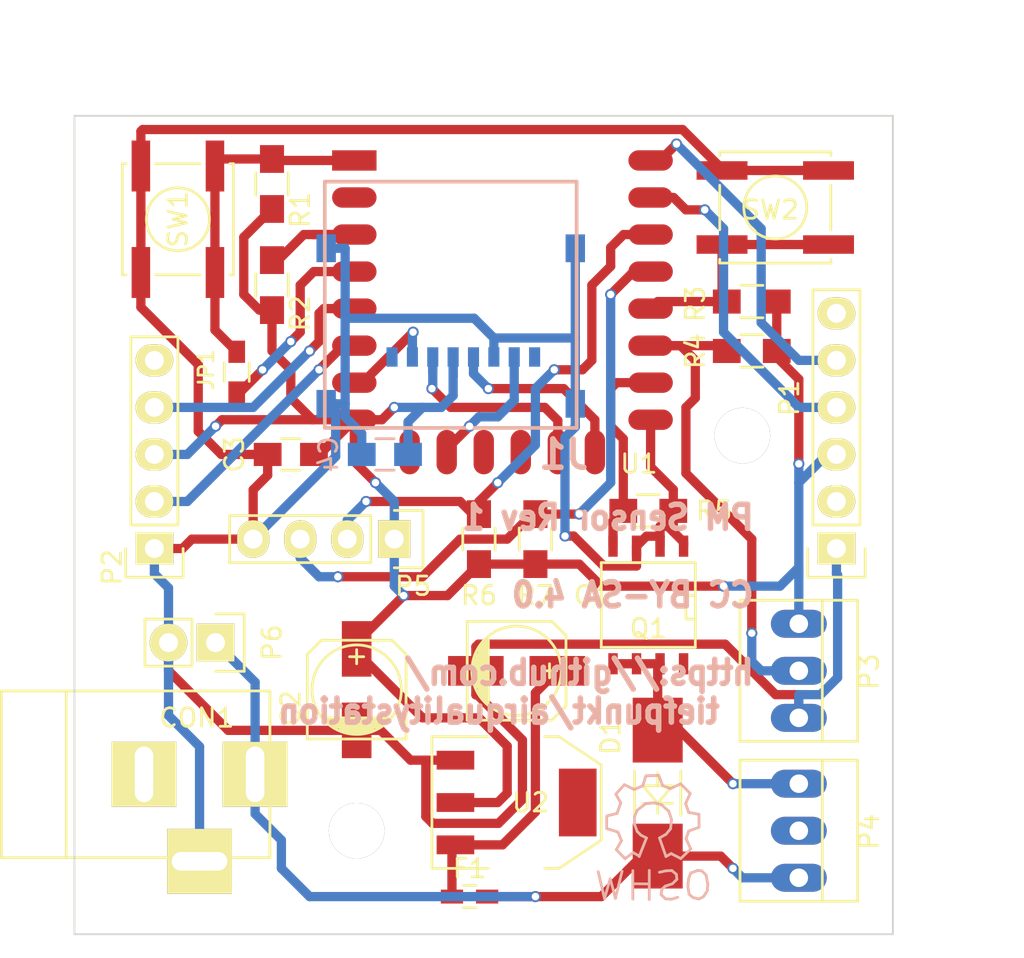
<source format=kicad_pcb>
(kicad_pcb (version 20171130) (host pcbnew "(5.1.12)-1")

  (general
    (thickness 1.6)
    (drawings 10)
    (tracks 342)
    (zones 0)
    (modules 30)
    (nets 22)
  )

  (page A4)
  (layers
    (0 F.Cu signal)
    (31 B.Cu signal)
    (32 B.Adhes user)
    (33 F.Adhes user)
    (34 B.Paste user)
    (35 F.Paste user)
    (36 B.SilkS user)
    (37 F.SilkS user)
    (38 B.Mask user)
    (39 F.Mask user)
    (40 Dwgs.User user)
    (41 Cmts.User user)
    (42 Eco1.User user)
    (43 Eco2.User user)
    (44 Edge.Cuts user)
    (45 Margin user)
    (46 B.CrtYd user)
    (47 F.CrtYd user)
    (48 B.Fab user)
    (49 F.Fab user)
  )

  (setup
    (last_trace_width 0.5)
    (trace_clearance 0.2)
    (zone_clearance 0.508)
    (zone_45_only no)
    (trace_min 0.2)
    (via_size 0.6)
    (via_drill 0.4)
    (via_min_size 0.4)
    (via_min_drill 0.3)
    (uvia_size 0.3)
    (uvia_drill 0.1)
    (uvias_allowed no)
    (uvia_min_size 0.2)
    (uvia_min_drill 0.1)
    (edge_width 0.1)
    (segment_width 0.2)
    (pcb_text_width 0.3)
    (pcb_text_size 1.5 1.5)
    (mod_edge_width 0.15)
    (mod_text_size 1 1)
    (mod_text_width 0.15)
    (pad_size 1.5 1.5)
    (pad_drill 0.6)
    (pad_to_mask_clearance 0)
    (aux_axis_origin 0 0)
    (grid_origin 190.5 112.395)
    (visible_elements 7FFFFFFF)
    (pcbplotparams
      (layerselection 0x010f0_80000001)
      (usegerberextensions true)
      (usegerberattributes true)
      (usegerberadvancedattributes true)
      (creategerberjobfile true)
      (excludeedgelayer true)
      (linewidth 0.100000)
      (plotframeref false)
      (viasonmask false)
      (mode 1)
      (useauxorigin false)
      (hpglpennumber 1)
      (hpglpenspeed 20)
      (hpglpendiameter 15.000000)
      (psnegative false)
      (psa4output false)
      (plotreference true)
      (plotvalue true)
      (plotinvisibletext false)
      (padsonsilk false)
      (subtractmaskfromsilk false)
      (outputformat 1)
      (mirror false)
      (drillshape 0)
      (scaleselection 1)
      (outputdirectory "production/"))
  )

  (net 0 "")
  (net 1 "Net-(C1-Pad1)")
  (net 2 GND)
  (net 3 VCC)
  (net 4 +9V)
  (net 5 "Net-(D1-Pad2)")
  (net 6 "Net-(P1-Pad4)")
  (net 7 "Net-(P1-Pad5)")
  (net 8 "Net-(P2-Pad2)")
  (net 9 "Net-(P2-Pad4)")
  (net 10 "Net-(P3-Pad2)")
  (net 11 "Net-(Q1-Pad4)")
  (net 12 "Net-(R2-Pad2)")
  (net 13 "Net-(R3-Pad2)")
  (net 14 "Net-(P5-Pad2)")
  (net 15 "Net-(P5-Pad3)")
  (net 16 "Net-(J1-Pad2)")
  (net 17 "Net-(J1-Pad3)")
  (net 18 "Net-(J1-Pad5)")
  (net 19 "Net-(J1-Pad7)")
  (net 20 "Net-(JP1-Pad1)")
  (net 21 "Net-(JP1-Pad2)")

  (net_class Default "This is the default net class."
    (clearance 0.2)
    (trace_width 0.5)
    (via_dia 0.6)
    (via_drill 0.4)
    (uvia_dia 0.3)
    (uvia_drill 0.1)
    (add_net GND)
    (add_net "Net-(C1-Pad1)")
    (add_net "Net-(D1-Pad2)")
    (add_net "Net-(J1-Pad2)")
    (add_net "Net-(J1-Pad3)")
    (add_net "Net-(J1-Pad5)")
    (add_net "Net-(J1-Pad7)")
    (add_net "Net-(JP1-Pad1)")
    (add_net "Net-(JP1-Pad2)")
    (add_net "Net-(P1-Pad4)")
    (add_net "Net-(P1-Pad5)")
    (add_net "Net-(P2-Pad2)")
    (add_net "Net-(P2-Pad4)")
    (add_net "Net-(P3-Pad2)")
    (add_net "Net-(P5-Pad2)")
    (add_net "Net-(P5-Pad3)")
    (add_net "Net-(Q1-Pad4)")
    (add_net "Net-(R2-Pad2)")
    (add_net "Net-(R3-Pad2)")
  )

  (net_class Power ""
    (clearance 0.3)
    (trace_width 0.5)
    (via_dia 0.6)
    (via_drill 0.4)
    (uvia_dia 0.3)
    (uvia_drill 0.1)
    (add_net +9V)
    (add_net VCC)
  )

  (module Capacitors_SMD:c_elec_5x5.3 (layer F.Cu) (tedit 57B82C7C) (tstamp 57951D78)
    (at 178.308 129.159)
    (descr "SMT capacitor, aluminium electrolytic, 5x5.3")
    (path /56E7FC01)
    (attr smd)
    (fp_text reference C1 (at 4.064 -4.064) (layer F.SilkS)
      (effects (font (size 1 1) (thickness 0.15)))
    )
    (fp_text value 10µ (at 0 3.81) (layer F.Fab) hide
      (effects (font (size 1 1) (thickness 0.15)))
    )
    (fp_line (start -3.95 -3) (end 3.95 -3) (layer F.CrtYd) (width 0.05))
    (fp_line (start 3.95 -3) (end 3.95 3) (layer F.CrtYd) (width 0.05))
    (fp_line (start 3.95 3) (end -3.95 3) (layer F.CrtYd) (width 0.05))
    (fp_line (start -3.95 3) (end -3.95 -3) (layer F.CrtYd) (width 0.05))
    (fp_line (start -2.286 -0.635) (end -2.286 0.762) (layer F.SilkS) (width 0.15))
    (fp_line (start -2.159 -0.889) (end -2.159 0.889) (layer F.SilkS) (width 0.15))
    (fp_line (start -2.032 -1.27) (end -2.032 1.27) (layer F.SilkS) (width 0.15))
    (fp_line (start -1.905 1.397) (end -1.905 -1.397) (layer F.SilkS) (width 0.15))
    (fp_line (start -1.778 -1.524) (end -1.778 1.524) (layer F.SilkS) (width 0.15))
    (fp_line (start -1.651 1.651) (end -1.651 -1.651) (layer F.SilkS) (width 0.15))
    (fp_line (start -1.524 -1.778) (end -1.524 1.778) (layer F.SilkS) (width 0.15))
    (fp_line (start -2.667 -2.667) (end 1.905 -2.667) (layer F.SilkS) (width 0.15))
    (fp_line (start 1.905 -2.667) (end 2.667 -1.905) (layer F.SilkS) (width 0.15))
    (fp_line (start 2.667 -1.905) (end 2.667 1.905) (layer F.SilkS) (width 0.15))
    (fp_line (start 2.667 1.905) (end 1.905 2.667) (layer F.SilkS) (width 0.15))
    (fp_line (start 1.905 2.667) (end -2.667 2.667) (layer F.SilkS) (width 0.15))
    (fp_line (start -2.667 2.667) (end -2.667 -2.667) (layer F.SilkS) (width 0.15))
    (fp_line (start 2.159 0) (end 1.397 0) (layer F.SilkS) (width 0.15))
    (fp_line (start 1.778 -0.381) (end 1.778 0.381) (layer F.SilkS) (width 0.15))
    (fp_circle (center 0 0) (end -2.413 0) (layer F.SilkS) (width 0.15))
    (pad 1 smd rect (at 2.19964 0) (size 2.99974 1.6002) (layers F.Cu F.Paste F.Mask)
      (net 1 "Net-(C1-Pad1)"))
    (pad 2 smd rect (at -2.19964 0) (size 2.99974 1.6002) (layers F.Cu F.Paste F.Mask)
      (net 2 GND))
    (model Capacitors_SMD.3dshapes/c_elec_5x5.3.wrl
      (at (xyz 0 0 0))
      (scale (xyz 1 1 1))
      (rotate (xyz 0 0 0))
    )
  )

  (module Capacitors_SMD:c_elec_5x5.3 (layer F.Cu) (tedit 57B83268) (tstamp 57951D7E)
    (at 169.672 130.175 90)
    (descr "SMT capacitor, aluminium electrolytic, 5x5.3")
    (path /56E7FC51)
    (attr smd)
    (fp_text reference C2 (at -1.016 -3.556 270) (layer F.SilkS)
      (effects (font (size 1 1) (thickness 0.15)))
    )
    (fp_text value 10µ (at 0 3.81 90) (layer F.Fab) hide
      (effects (font (size 1 1) (thickness 0.15)))
    )
    (fp_line (start -3.95 -3) (end 3.95 -3) (layer F.CrtYd) (width 0.05))
    (fp_line (start 3.95 -3) (end 3.95 3) (layer F.CrtYd) (width 0.05))
    (fp_line (start 3.95 3) (end -3.95 3) (layer F.CrtYd) (width 0.05))
    (fp_line (start -3.95 3) (end -3.95 -3) (layer F.CrtYd) (width 0.05))
    (fp_line (start -2.286 -0.635) (end -2.286 0.762) (layer F.SilkS) (width 0.15))
    (fp_line (start -2.159 -0.889) (end -2.159 0.889) (layer F.SilkS) (width 0.15))
    (fp_line (start -2.032 -1.27) (end -2.032 1.27) (layer F.SilkS) (width 0.15))
    (fp_line (start -1.905 1.397) (end -1.905 -1.397) (layer F.SilkS) (width 0.15))
    (fp_line (start -1.778 -1.524) (end -1.778 1.524) (layer F.SilkS) (width 0.15))
    (fp_line (start -1.651 1.651) (end -1.651 -1.651) (layer F.SilkS) (width 0.15))
    (fp_line (start -1.524 -1.778) (end -1.524 1.778) (layer F.SilkS) (width 0.15))
    (fp_line (start -2.667 -2.667) (end 1.905 -2.667) (layer F.SilkS) (width 0.15))
    (fp_line (start 1.905 -2.667) (end 2.667 -1.905) (layer F.SilkS) (width 0.15))
    (fp_line (start 2.667 -1.905) (end 2.667 1.905) (layer F.SilkS) (width 0.15))
    (fp_line (start 2.667 1.905) (end 1.905 2.667) (layer F.SilkS) (width 0.15))
    (fp_line (start 1.905 2.667) (end -2.667 2.667) (layer F.SilkS) (width 0.15))
    (fp_line (start -2.667 2.667) (end -2.667 -2.667) (layer F.SilkS) (width 0.15))
    (fp_line (start 2.159 0) (end 1.397 0) (layer F.SilkS) (width 0.15))
    (fp_line (start 1.778 -0.381) (end 1.778 0.381) (layer F.SilkS) (width 0.15))
    (fp_circle (center 0 0) (end -2.413 0) (layer F.SilkS) (width 0.15))
    (pad 1 smd rect (at 2.19964 0 90) (size 2.99974 1.6002) (layers F.Cu F.Paste F.Mask)
      (net 3 VCC))
    (pad 2 smd rect (at -2.19964 0 90) (size 2.99974 1.6002) (layers F.Cu F.Paste F.Mask)
      (net 2 GND))
    (model Capacitors_SMD.3dshapes/c_elec_5x5.3.wrl
      (at (xyz 0 0 0))
      (scale (xyz 1 1 1))
      (rotate (xyz 0 0 0))
    )
  )

  (module Diodes_SMD:MELF_Handsoldering (layer F.Cu) (tedit 57B82E4D) (tstamp 57951D84)
    (at 185.928 135.763 90)
    (descr "Diode MELF Handsoldering")
    (tags "Diode MELF Handsoldering")
    (path /5755B74D)
    (attr smd)
    (fp_text reference D1 (at 3.048 -2.54 90) (layer F.SilkS)
      (effects (font (size 1 1) (thickness 0.15)))
    )
    (fp_text value D (at 0 3.81 90) (layer F.Fab) hide
      (effects (font (size 1 1) (thickness 0.15)))
    )
    (fp_line (start -5.4 -1.6) (end 5.4 -1.6) (layer F.CrtYd) (width 0.05))
    (fp_line (start 5.4 -1.6) (end 5.4 1.6) (layer F.CrtYd) (width 0.05))
    (fp_line (start 5.4 1.6) (end -5.4 1.6) (layer F.CrtYd) (width 0.05))
    (fp_line (start -5.4 1.6) (end -5.4 -1.6) (layer F.CrtYd) (width 0.05))
    (fp_line (start 0.39878 0) (end 1.09982 0) (layer F.SilkS) (width 0.15))
    (fp_line (start -0.55118 0) (end -1.09982 0) (layer F.SilkS) (width 0.15))
    (fp_line (start -0.55118 0) (end -0.55118 0.8001) (layer F.SilkS) (width 0.15))
    (fp_line (start -0.55118 0) (end -0.55118 -0.8001) (layer F.SilkS) (width 0.15))
    (fp_line (start -0.55118 0) (end 0.39878 -0.8001) (layer F.SilkS) (width 0.15))
    (fp_line (start 0.39878 -0.8001) (end 0.39878 0.8001) (layer F.SilkS) (width 0.15))
    (fp_line (start 0.39878 0.8001) (end -0.55118 0) (layer F.SilkS) (width 0.15))
    (fp_line (start -1.09982 -1.24968) (end -1.19888 -1.24968) (layer F.SilkS) (width 0.15))
    (fp_line (start -1.09982 1.24968) (end -1.19888 1.24968) (layer F.SilkS) (width 0.15))
    (fp_line (start 1.19888 -1.24968) (end -1.15062 -1.24968) (layer F.SilkS) (width 0.15))
    (fp_line (start 1.19888 1.24968) (end -1.04902 1.24968) (layer F.SilkS) (width 0.15))
    (fp_text user K (at -2.55 2.45 90) (layer F.SilkS) hide
      (effects (font (size 1 1) (thickness 0.15)))
    )
    (fp_text user A (at 2.35 2.5 90) (layer F.SilkS) hide
      (effects (font (size 1 1) (thickness 0.15)))
    )
    (pad 1 smd rect (at -3.40106 0 90) (size 3.50012 2.70002) (layers F.Cu F.Paste F.Mask)
      (net 4 +9V))
    (pad 2 smd rect (at 3.40106 0 90) (size 3.50012 2.70002) (layers F.Cu F.Paste F.Mask)
      (net 5 "Net-(D1-Pad2)"))
    (model Diodes_SMD.3dshapes/MELF_Handsoldering.wrl
      (at (xyz 0 0 0))
      (scale (xyz 0.3937 0.3937 0.3937))
      (rotate (xyz 0 0 180))
    )
  )

  (module Capacitors_SMD:C_0603_HandSoldering (layer F.Cu) (tedit 57B82ACF) (tstamp 57951D8A)
    (at 175.768 141.351 180)
    (descr "Capacitor SMD 0603, hand soldering")
    (tags "capacitor 0603")
    (path /56E7FBBB)
    (attr smd)
    (fp_text reference F1 (at 0 1.524 180) (layer F.SilkS)
      (effects (font (size 1 1) (thickness 0.15)))
    )
    (fp_text value 0.1A (at -4.064 2.032 180) (layer F.Fab) hide
      (effects (font (size 1 1) (thickness 0.15)))
    )
    (fp_line (start -1.85 -0.75) (end 1.85 -0.75) (layer F.CrtYd) (width 0.05))
    (fp_line (start -1.85 0.75) (end 1.85 0.75) (layer F.CrtYd) (width 0.05))
    (fp_line (start -1.85 -0.75) (end -1.85 0.75) (layer F.CrtYd) (width 0.05))
    (fp_line (start 1.85 -0.75) (end 1.85 0.75) (layer F.CrtYd) (width 0.05))
    (fp_line (start -0.35 -0.6) (end 0.35 -0.6) (layer F.SilkS) (width 0.15))
    (fp_line (start 0.35 0.6) (end -0.35 0.6) (layer F.SilkS) (width 0.15))
    (pad 1 smd rect (at -0.95 0 180) (size 1.2 0.75) (layers F.Cu F.Paste F.Mask)
      (net 4 +9V))
    (pad 2 smd rect (at 0.95 0 180) (size 1.2 0.75) (layers F.Cu F.Paste F.Mask)
      (net 1 "Net-(C1-Pad1)"))
    (model Capacitors_SMD.3dshapes/C_0603_HandSoldering.wrl
      (at (xyz 0 0 0))
      (scale (xyz 1 1 1))
      (rotate (xyz 0 0 0))
    )
  )

  (module Pin_Headers:Pin_Header_Straight_1x06 (layer F.Cu) (tedit 57B82B55) (tstamp 57951D94)
    (at 195.58 122.555 180)
    (descr "Through hole pin header")
    (tags "pin header")
    (path /56E7D2E4)
    (fp_text reference P1 (at 2.54 8.128 270) (layer F.SilkS)
      (effects (font (size 1 1) (thickness 0.15)))
    )
    (fp_text value "FTDI ESP" (at 2.921 2.667 270) (layer F.Fab)
      (effects (font (size 1 1) (thickness 0.15)))
    )
    (fp_line (start -1.75 -1.75) (end -1.75 14.45) (layer F.CrtYd) (width 0.05))
    (fp_line (start 1.75 -1.75) (end 1.75 14.45) (layer F.CrtYd) (width 0.05))
    (fp_line (start -1.75 -1.75) (end 1.75 -1.75) (layer F.CrtYd) (width 0.05))
    (fp_line (start -1.75 14.45) (end 1.75 14.45) (layer F.CrtYd) (width 0.05))
    (fp_line (start 1.27 1.27) (end 1.27 13.97) (layer F.SilkS) (width 0.15))
    (fp_line (start 1.27 13.97) (end -1.27 13.97) (layer F.SilkS) (width 0.15))
    (fp_line (start -1.27 13.97) (end -1.27 1.27) (layer F.SilkS) (width 0.15))
    (fp_line (start 1.55 -1.55) (end 1.55 0) (layer F.SilkS) (width 0.15))
    (fp_line (start 1.27 1.27) (end -1.27 1.27) (layer F.SilkS) (width 0.15))
    (fp_line (start -1.55 0) (end -1.55 -1.55) (layer F.SilkS) (width 0.15))
    (fp_line (start -1.55 -1.55) (end 1.55 -1.55) (layer F.SilkS) (width 0.15))
    (pad 1 thru_hole rect (at 0 0 180) (size 2.032 1.7272) (drill 1.016) (layers *.Cu *.Mask F.SilkS)
      (net 2 GND))
    (pad 2 thru_hole oval (at 0 2.54 180) (size 2.032 1.7272) (drill 1.016) (layers *.Cu *.Mask F.SilkS))
    (pad 3 thru_hole oval (at 0 5.08 180) (size 2.032 1.7272) (drill 1.016) (layers *.Cu *.Mask F.SilkS)
      (net 3 VCC))
    (pad 4 thru_hole oval (at 0 7.62 180) (size 2.032 1.7272) (drill 1.016) (layers *.Cu *.Mask F.SilkS)
      (net 6 "Net-(P1-Pad4)"))
    (pad 5 thru_hole oval (at 0 10.16 180) (size 2.032 1.7272) (drill 1.016) (layers *.Cu *.Mask F.SilkS)
      (net 7 "Net-(P1-Pad5)"))
    (pad 6 thru_hole oval (at 0 12.7 180) (size 2.032 1.7272) (drill 1.016) (layers *.Cu *.Mask F.SilkS))
    (model Pin_Headers.3dshapes/Pin_Header_Straight_1x06.wrl
      (offset (xyz 0 -6.349999904632568 0))
      (scale (xyz 1 1 1))
      (rotate (xyz 0 0 90))
    )
  )

  (module Pin_Headers:Pin_Header_Straight_1x05 (layer F.Cu) (tedit 57B82E16) (tstamp 57951D9D)
    (at 158.75 122.555 180)
    (descr "Through hole pin header")
    (tags "pin header")
    (path /5755B2C6)
    (fp_text reference P2 (at 2.286 -1.016 270) (layer F.SilkS)
      (effects (font (size 1 1) (thickness 0.15)))
    )
    (fp_text value PPD42NS (at 2.794 5.08 270) (layer F.Fab)
      (effects (font (size 1 1) (thickness 0.15)))
    )
    (fp_line (start -1.55 0) (end -1.55 -1.55) (layer F.SilkS) (width 0.15))
    (fp_line (start -1.55 -1.55) (end 1.55 -1.55) (layer F.SilkS) (width 0.15))
    (fp_line (start 1.55 -1.55) (end 1.55 0) (layer F.SilkS) (width 0.15))
    (fp_line (start -1.75 -1.75) (end -1.75 11.95) (layer F.CrtYd) (width 0.05))
    (fp_line (start 1.75 -1.75) (end 1.75 11.95) (layer F.CrtYd) (width 0.05))
    (fp_line (start -1.75 -1.75) (end 1.75 -1.75) (layer F.CrtYd) (width 0.05))
    (fp_line (start -1.75 11.95) (end 1.75 11.95) (layer F.CrtYd) (width 0.05))
    (fp_line (start 1.27 1.27) (end 1.27 11.43) (layer F.SilkS) (width 0.15))
    (fp_line (start 1.27 11.43) (end -1.27 11.43) (layer F.SilkS) (width 0.15))
    (fp_line (start -1.27 11.43) (end -1.27 1.27) (layer F.SilkS) (width 0.15))
    (fp_line (start 1.27 1.27) (end -1.27 1.27) (layer F.SilkS) (width 0.15))
    (pad 1 thru_hole rect (at 0 0 180) (size 2.032 1.7272) (drill 1.016) (layers *.Cu *.Mask F.SilkS)
      (net 2 GND))
    (pad 2 thru_hole oval (at 0 2.54 180) (size 2.032 1.7272) (drill 1.016) (layers *.Cu *.Mask F.SilkS)
      (net 8 "Net-(P2-Pad2)"))
    (pad 3 thru_hole oval (at 0 5.08 180) (size 2.032 1.7272) (drill 1.016) (layers *.Cu *.Mask F.SilkS)
      (net 3 VCC))
    (pad 4 thru_hole oval (at 0 7.62 180) (size 2.032 1.7272) (drill 1.016) (layers *.Cu *.Mask F.SilkS)
      (net 9 "Net-(P2-Pad4)"))
    (pad 5 thru_hole oval (at 0 10.16 180) (size 2.032 1.7272) (drill 1.016) (layers *.Cu *.Mask F.SilkS))
    (model Pin_Headers.3dshapes/Pin_Header_Straight_1x05.wrl
      (offset (xyz 0 -5.079999923706055 0))
      (scale (xyz 1 1 1))
      (rotate (xyz 0 0 90))
    )
  )

  (module Connect:PINHEAD1-3 (layer F.Cu) (tedit 57B82C81) (tstamp 57951DA4)
    (at 193.548 129.159 270)
    (path /5755B3C6)
    (attr virtual)
    (fp_text reference P3 (at 0.05 -3.8 270) (layer F.SilkS)
      (effects (font (size 1 1) (thickness 0.15)))
    )
    (fp_text value DHT22 (at 0 4.064 270) (layer F.Fab)
      (effects (font (size 1 1) (thickness 0.15)))
    )
    (fp_line (start -3.81 -3.175) (end -3.81 3.175) (layer F.SilkS) (width 0.15))
    (fp_line (start 3.81 -3.175) (end 3.81 3.175) (layer F.SilkS) (width 0.15))
    (fp_line (start 3.81 -1.27) (end -3.81 -1.27) (layer F.SilkS) (width 0.15))
    (fp_line (start -3.81 -3.175) (end 3.81 -3.175) (layer F.SilkS) (width 0.15))
    (fp_line (start 3.81 3.175) (end -3.81 3.175) (layer F.SilkS) (width 0.15))
    (pad 1 thru_hole oval (at -2.54 0 270) (size 1.50622 3.01498) (drill 0.99822) (layers *.Cu *.Mask)
      (net 3 VCC))
    (pad 2 thru_hole oval (at 0 0 270) (size 1.50622 3.01498) (drill 0.99822) (layers *.Cu *.Mask)
      (net 10 "Net-(P3-Pad2)"))
    (pad 3 thru_hole oval (at 2.54 0 270) (size 1.50622 3.01498) (drill 0.99822) (layers *.Cu *.Mask)
      (net 2 GND))
  )

  (module Connect:PINHEAD1-3 (layer F.Cu) (tedit 57B82E44) (tstamp 57951DAB)
    (at 193.548 137.795 270)
    (path /5755B535)
    (attr virtual)
    (fp_text reference P4 (at 0.05 -3.8 270) (layer F.SilkS)
      (effects (font (size 1 1) (thickness 0.15)))
    )
    (fp_text value Fan (at 0 3.81 270) (layer F.Fab)
      (effects (font (size 1 1) (thickness 0.15)))
    )
    (fp_line (start -3.81 -3.175) (end -3.81 3.175) (layer F.SilkS) (width 0.15))
    (fp_line (start 3.81 -3.175) (end 3.81 3.175) (layer F.SilkS) (width 0.15))
    (fp_line (start 3.81 -1.27) (end -3.81 -1.27) (layer F.SilkS) (width 0.15))
    (fp_line (start -3.81 -3.175) (end 3.81 -3.175) (layer F.SilkS) (width 0.15))
    (fp_line (start 3.81 3.175) (end -3.81 3.175) (layer F.SilkS) (width 0.15))
    (pad 1 thru_hole oval (at -2.54 0 270) (size 1.50622 3.01498) (drill 0.99822) (layers *.Cu *.Mask)
      (net 5 "Net-(D1-Pad2)"))
    (pad 2 thru_hole oval (at 0 0 270) (size 1.50622 3.01498) (drill 0.99822) (layers *.Cu *.Mask))
    (pad 3 thru_hole oval (at 2.54 0 270) (size 1.50622 3.01498) (drill 0.99822) (layers *.Cu *.Mask)
      (net 4 +9V))
  )

  (module SMD_Packages:SOIC-8-N (layer F.Cu) (tedit 57B82B35) (tstamp 57951DB7)
    (at 185.42 125.603 180)
    (descr "Module Narrow CMS SOJ 8 pins large")
    (tags "CMS SOJ")
    (path /5755B5B8)
    (attr smd)
    (fp_text reference Q1 (at 0 -1.27 180) (layer F.SilkS)
      (effects (font (size 1 1) (thickness 0.15)))
    )
    (fp_text value IRF7401 (at 0 1.27 180) (layer F.Fab) hide
      (effects (font (size 1 1) (thickness 0.15)))
    )
    (fp_line (start -2.54 -2.286) (end 2.54 -2.286) (layer F.SilkS) (width 0.15))
    (fp_line (start 2.54 -2.286) (end 2.54 2.286) (layer F.SilkS) (width 0.15))
    (fp_line (start 2.54 2.286) (end -2.54 2.286) (layer F.SilkS) (width 0.15))
    (fp_line (start -2.54 2.286) (end -2.54 -2.286) (layer F.SilkS) (width 0.15))
    (fp_line (start -2.54 -0.762) (end -2.032 -0.762) (layer F.SilkS) (width 0.15))
    (fp_line (start -2.032 -0.762) (end -2.032 0.508) (layer F.SilkS) (width 0.15))
    (fp_line (start -2.032 0.508) (end -2.54 0.508) (layer F.SilkS) (width 0.15))
    (pad 8 smd rect (at -1.905 -3.175 180) (size 0.508 1.143) (layers F.Cu F.Paste F.Mask))
    (pad 7 smd rect (at -0.635 -3.175 180) (size 0.508 1.143) (layers F.Cu F.Paste F.Mask)
      (net 5 "Net-(D1-Pad2)"))
    (pad 6 smd rect (at 0.635 -3.175 180) (size 0.508 1.143) (layers F.Cu F.Paste F.Mask)
      (net 5 "Net-(D1-Pad2)"))
    (pad 5 smd rect (at 1.905 -3.175 180) (size 0.508 1.143) (layers F.Cu F.Paste F.Mask)
      (net 5 "Net-(D1-Pad2)"))
    (pad 4 smd rect (at 1.905 3.175 180) (size 0.508 1.143) (layers F.Cu F.Paste F.Mask)
      (net 11 "Net-(Q1-Pad4)"))
    (pad 3 smd rect (at 0.635 3.175 180) (size 0.508 1.143) (layers F.Cu F.Paste F.Mask)
      (net 2 GND))
    (pad 2 smd rect (at -0.635 3.175 180) (size 0.508 1.143) (layers F.Cu F.Paste F.Mask)
      (net 2 GND))
    (pad 1 smd rect (at -1.905 3.175 180) (size 0.508 1.143) (layers F.Cu F.Paste F.Mask)
      (net 2 GND))
    (model SMD_Packages.3dshapes/SOIC-8-N.wrl
      (at (xyz 0 0 0))
      (scale (xyz 0.5 0.38 0.5))
      (rotate (xyz 0 0 0))
    )
  )

  (module Buttons_Switches_SMD:SW_SPST_EVPBF (layer F.Cu) (tedit 57B82A03) (tstamp 57951DDD)
    (at 160.02 104.775 270)
    (descr "Light Touch Switch")
    (path /56EBDFFA)
    (attr smd)
    (fp_text reference SW1 (at 0 0 270) (layer F.SilkS)
      (effects (font (size 1 1) (thickness 0.15)))
    )
    (fp_text value Reset (at 0 4.064 270) (layer F.Fab)
      (effects (font (size 1 1) (thickness 0.15)))
    )
    (fp_line (start -4.5 -3.25) (end 4.5 -3.25) (layer F.CrtYd) (width 0.05))
    (fp_line (start 4.5 -3.25) (end 4.5 3.25) (layer F.CrtYd) (width 0.05))
    (fp_line (start 4.5 3.25) (end -4.5 3.25) (layer F.CrtYd) (width 0.05))
    (fp_line (start -4.5 3.25) (end -4.5 -3.25) (layer F.CrtYd) (width 0.05))
    (fp_line (start 3 -3) (end 3 -2.8) (layer F.SilkS) (width 0.15))
    (fp_line (start 3 3) (end 3 2.8) (layer F.SilkS) (width 0.15))
    (fp_line (start -3 3) (end -3 2.8) (layer F.SilkS) (width 0.15))
    (fp_line (start -3 -3) (end -3 -2.8) (layer F.SilkS) (width 0.15))
    (fp_line (start -3 -1.2) (end -3 1.2) (layer F.SilkS) (width 0.15))
    (fp_line (start 3 -1.2) (end 3 1.2) (layer F.SilkS) (width 0.15))
    (fp_line (start 3 -3) (end -3 -3) (layer F.SilkS) (width 0.15))
    (fp_line (start -3 3) (end 3 3) (layer F.SilkS) (width 0.15))
    (fp_circle (center 0 0) (end 1.7 0) (layer F.SilkS) (width 0.15))
    (pad 1 smd rect (at 2.875 -2 270) (size 2.75 1) (layers F.Cu F.Paste F.Mask)
      (net 21 "Net-(JP1-Pad2)"))
    (pad 1 smd rect (at -2.875 -2 270) (size 2.75 1) (layers F.Cu F.Paste F.Mask)
      (net 21 "Net-(JP1-Pad2)"))
    (pad 2 smd rect (at -2.875 2 270) (size 2.75 1) (layers F.Cu F.Paste F.Mask)
      (net 2 GND))
    (pad 2 smd rect (at 2.875 2 270) (size 2.75 1) (layers F.Cu F.Paste F.Mask)
      (net 2 GND))
  )

  (module Buttons_Switches_SMD:SW_SPST_EVPBF (layer F.Cu) (tedit 57B82A16) (tstamp 57951DE5)
    (at 192.278 104.14 180)
    (descr "Light Touch Switch")
    (path /56EBDC53)
    (attr smd)
    (fp_text reference SW2 (at 0.254 -0.127 180) (layer F.SilkS)
      (effects (font (size 1 1) (thickness 0.15)))
    )
    (fp_text value Flash (at -0.762 3.937 180) (layer F.Fab)
      (effects (font (size 1 1) (thickness 0.15)))
    )
    (fp_line (start -4.5 -3.25) (end 4.5 -3.25) (layer F.CrtYd) (width 0.05))
    (fp_line (start 4.5 -3.25) (end 4.5 3.25) (layer F.CrtYd) (width 0.05))
    (fp_line (start 4.5 3.25) (end -4.5 3.25) (layer F.CrtYd) (width 0.05))
    (fp_line (start -4.5 3.25) (end -4.5 -3.25) (layer F.CrtYd) (width 0.05))
    (fp_line (start 3 -3) (end 3 -2.8) (layer F.SilkS) (width 0.15))
    (fp_line (start 3 3) (end 3 2.8) (layer F.SilkS) (width 0.15))
    (fp_line (start -3 3) (end -3 2.8) (layer F.SilkS) (width 0.15))
    (fp_line (start -3 -3) (end -3 -2.8) (layer F.SilkS) (width 0.15))
    (fp_line (start -3 -1.2) (end -3 1.2) (layer F.SilkS) (width 0.15))
    (fp_line (start 3 -1.2) (end 3 1.2) (layer F.SilkS) (width 0.15))
    (fp_line (start 3 -3) (end -3 -3) (layer F.SilkS) (width 0.15))
    (fp_line (start -3 3) (end 3 3) (layer F.SilkS) (width 0.15))
    (fp_circle (center 0 0) (end 1.7 0) (layer F.SilkS) (width 0.15))
    (pad 1 smd rect (at 2.875 -2 180) (size 2.75 1) (layers F.Cu F.Paste F.Mask)
      (net 13 "Net-(R3-Pad2)"))
    (pad 1 smd rect (at -2.875 -2 180) (size 2.75 1) (layers F.Cu F.Paste F.Mask)
      (net 13 "Net-(R3-Pad2)"))
    (pad 2 smd rect (at -2.875 2 180) (size 2.75 1) (layers F.Cu F.Paste F.Mask)
      (net 2 GND))
    (pad 2 smd rect (at 2.875 2 180) (size 2.75 1) (layers F.Cu F.Paste F.Mask)
      (net 2 GND))
  )

  (module ESP8266:ESP-12E (layer F.Cu) (tedit 57B82DE1) (tstamp 57951DFF)
    (at 169.545 101.6)
    (descr "Module, ESP-8266, ESP-12, 16 pad, SMD")
    (tags "Module ESP-8266 ESP8266")
    (path /56E7BC6E)
    (fp_text reference U1 (at 15.367 16.383) (layer F.SilkS)
      (effects (font (size 1 1) (thickness 0.15)))
    )
    (fp_text value ESP-12E (at 8 1) (layer F.Fab) hide
      (effects (font (size 1 1) (thickness 0.15)))
    )
    (fp_line (start 16 -8.4) (end 0 -2.6) (layer F.CrtYd) (width 0.1524))
    (fp_line (start 0 -8.4) (end 16 -2.6) (layer F.CrtYd) (width 0.1524))
    (fp_line (start 0 -8.4) (end 0 -2.6) (layer F.CrtYd) (width 0.1524))
    (fp_line (start 0 -2.6) (end 16 -2.6) (layer F.CrtYd) (width 0.1524))
    (fp_line (start 16 -2.6) (end 16 -8.4) (layer F.CrtYd) (width 0.1524))
    (fp_line (start 16 -8.4) (end 0 -8.4) (layer F.CrtYd) (width 0.1524))
    (fp_line (start 16 -8.4) (end 16 15.6) (layer F.Fab) (width 0.1524))
    (fp_line (start 16 15.6) (end 0 15.6) (layer F.Fab) (width 0.1524))
    (fp_line (start 0 15.6) (end 0 -8.4) (layer F.Fab) (width 0.1524))
    (fp_line (start 0 -8.4) (end 16 -8.4) (layer F.Fab) (width 0.1524))
    (fp_text user "No Copper" (at 7.9 -5.4) (layer F.CrtYd)
      (effects (font (size 1 1) (thickness 0.15)))
    )
    (pad 9 smd oval (at 2.99 15.75 90) (size 2.4 1.1) (layers F.Cu F.Paste F.Mask))
    (pad 10 smd oval (at 4.99 15.75 90) (size 2.4 1.1) (layers F.Cu F.Paste F.Mask)
      (net 19 "Net-(J1-Pad7)"))
    (pad 11 smd oval (at 6.99 15.75 90) (size 2.4 1.1) (layers F.Cu F.Paste F.Mask))
    (pad 12 smd oval (at 8.99 15.75 90) (size 2.4 1.1) (layers F.Cu F.Paste F.Mask))
    (pad 13 smd oval (at 10.99 15.75 90) (size 2.4 1.1) (layers F.Cu F.Paste F.Mask)
      (net 17 "Net-(J1-Pad3)"))
    (pad 14 smd oval (at 12.99 15.75 90) (size 2.4 1.1) (layers F.Cu F.Paste F.Mask)
      (net 18 "Net-(J1-Pad5)"))
    (pad 1 smd rect (at 0 0) (size 2.4 1.1) (layers F.Cu F.Paste F.Mask)
      (net 21 "Net-(JP1-Pad2)"))
    (pad 2 smd oval (at 0 2) (size 2.4 1.1) (layers F.Cu F.Paste F.Mask))
    (pad 3 smd oval (at 0 4) (size 2.4 1.1) (layers F.Cu F.Paste F.Mask)
      (net 12 "Net-(R2-Pad2)"))
    (pad 4 smd oval (at 0 6) (size 2.4 1.1) (layers F.Cu F.Paste F.Mask)
      (net 20 "Net-(JP1-Pad1)"))
    (pad 5 smd oval (at 0 8) (size 2.4 1.1) (layers F.Cu F.Paste F.Mask)
      (net 9 "Net-(P2-Pad4)"))
    (pad 6 smd oval (at 0 10) (size 2.4 1.1) (layers F.Cu F.Paste F.Mask)
      (net 8 "Net-(P2-Pad2)"))
    (pad 7 smd oval (at 0 12) (size 2.4 1.1) (layers F.Cu F.Paste F.Mask)
      (net 16 "Net-(J1-Pad2)"))
    (pad 8 smd oval (at 0 14) (size 2.4 1.1) (layers F.Cu F.Paste F.Mask)
      (net 3 VCC))
    (pad 15 smd oval (at 16 14) (size 2.4 1.1) (layers F.Cu F.Paste F.Mask)
      (net 2 GND))
    (pad 16 smd oval (at 16 12) (size 2.4 1.1) (layers F.Cu F.Paste F.Mask)
      (net 11 "Net-(Q1-Pad4)"))
    (pad 17 smd oval (at 16 10) (size 2.4 1.1) (layers F.Cu F.Paste F.Mask)
      (net 10 "Net-(P3-Pad2)"))
    (pad 18 smd oval (at 16 8) (size 2.4 1.1) (layers F.Cu F.Paste F.Mask)
      (net 13 "Net-(R3-Pad2)"))
    (pad 19 smd oval (at 16 6) (size 2.4 1.1) (layers F.Cu F.Paste F.Mask)
      (net 15 "Net-(P5-Pad3)"))
    (pad 20 smd oval (at 16 4) (size 2.4 1.1) (layers F.Cu F.Paste F.Mask)
      (net 14 "Net-(P5-Pad2)"))
    (pad 21 smd oval (at 16 2) (size 2.4 1.1) (layers F.Cu F.Paste F.Mask)
      (net 6 "Net-(P1-Pad4)"))
    (pad 22 smd oval (at 16 0) (size 2.4 1.1) (layers F.Cu F.Paste F.Mask)
      (net 7 "Net-(P1-Pad5)"))
    (model ${ESPLIB}/ESP8266.3dshapes/ESP-12.wrl
      (offset (xyz 1.015999984741211 0 0))
      (scale (xyz 0.3937 0.3937 0.3937))
      (rotate (xyz 0 0 0))
    )
  )

  (module Pin_Headers:Pin_Header_Straight_1x04 (layer F.Cu) (tedit 57B82E0A) (tstamp 57A21805)
    (at 171.704 122.047 270)
    (descr "Through hole pin header")
    (tags "pin header")
    (path /57A3B3E4)
    (fp_text reference P5 (at 2.54 -1.016) (layer F.SilkS)
      (effects (font (size 1 1) (thickness 0.15)))
    )
    (fp_text value I2C (at 2.54 4.572) (layer F.Fab)
      (effects (font (size 1 1) (thickness 0.15)))
    )
    (fp_line (start -1.75 -1.75) (end -1.75 9.4) (layer F.CrtYd) (width 0.05))
    (fp_line (start 1.75 -1.75) (end 1.75 9.4) (layer F.CrtYd) (width 0.05))
    (fp_line (start -1.75 -1.75) (end 1.75 -1.75) (layer F.CrtYd) (width 0.05))
    (fp_line (start -1.75 9.4) (end 1.75 9.4) (layer F.CrtYd) (width 0.05))
    (fp_line (start -1.27 1.27) (end -1.27 8.89) (layer F.SilkS) (width 0.15))
    (fp_line (start 1.27 1.27) (end 1.27 8.89) (layer F.SilkS) (width 0.15))
    (fp_line (start 1.55 -1.55) (end 1.55 0) (layer F.SilkS) (width 0.15))
    (fp_line (start -1.27 8.89) (end 1.27 8.89) (layer F.SilkS) (width 0.15))
    (fp_line (start 1.27 1.27) (end -1.27 1.27) (layer F.SilkS) (width 0.15))
    (fp_line (start -1.55 0) (end -1.55 -1.55) (layer F.SilkS) (width 0.15))
    (fp_line (start -1.55 -1.55) (end 1.55 -1.55) (layer F.SilkS) (width 0.15))
    (pad 1 thru_hole rect (at 0 0 270) (size 2.032 1.7272) (drill 1.016) (layers *.Cu *.Mask F.SilkS)
      (net 3 VCC))
    (pad 2 thru_hole oval (at 0 2.54 270) (size 2.032 1.7272) (drill 1.016) (layers *.Cu *.Mask F.SilkS)
      (net 14 "Net-(P5-Pad2)"))
    (pad 3 thru_hole oval (at 0 5.08 270) (size 2.032 1.7272) (drill 1.016) (layers *.Cu *.Mask F.SilkS)
      (net 15 "Net-(P5-Pad3)"))
    (pad 4 thru_hole oval (at 0 7.62 270) (size 2.032 1.7272) (drill 1.016) (layers *.Cu *.Mask F.SilkS)
      (net 2 GND))
    (model Pin_Headers.3dshapes/Pin_Header_Straight_1x04.wrl
      (offset (xyz 0 -3.809999942779541 0))
      (scale (xyz 1 1 1))
      (rotate (xyz 0 0 90))
    )
  )

  (module Footprints:MICRO_SD_HINGE_AMP (layer B.Cu) (tedit 57B82DD5) (tstamp 57AA3B45)
    (at 174.752 102.743 180)
    (path /57AA5782)
    (fp_text reference J1 (at -6.096 -14.732 180) (layer B.SilkS)
      (effects (font (size 1.524 1.524) (thickness 0.3048)) (justify mirror))
    )
    (fp_text value MicroSD (at 0 1 180) (layer B.SilkS) hide
      (effects (font (size 1.524 1.524) (thickness 0.3048)) (justify mirror))
    )
    (fp_line (start 6.79958 0) (end 6.79958 -13.29944) (layer B.SilkS) (width 0.20066))
    (fp_line (start 6.79958 -13.29944) (end -6.79958 -13.29944) (layer B.SilkS) (width 0.20066))
    (fp_line (start -6.79958 -13.29944) (end -6.79958 0) (layer B.SilkS) (width 0.20066))
    (fp_line (start -6.79958 0) (end 6.79958 0) (layer B.SilkS) (width 0.20066))
    (pad 1 smd rect (at 3.16992 -9.46912 180) (size 0.59944 1.04902) (layers B.Cu B.Paste B.Mask))
    (pad 2 smd rect (at 2.0701 -9.46912 180) (size 0.59944 1.04902) (layers B.Cu B.Paste B.Mask)
      (net 16 "Net-(J1-Pad2)"))
    (pad 3 smd rect (at 0.97028 -9.46912 180) (size 0.59944 1.04902) (layers B.Cu B.Paste B.Mask)
      (net 17 "Net-(J1-Pad3)"))
    (pad 4 smd rect (at -0.12954 -9.46912 180) (size 0.59944 1.04902) (layers B.Cu B.Paste B.Mask)
      (net 3 VCC))
    (pad 5 smd rect (at -1.22936 -9.46912 180) (size 0.59944 1.04902) (layers B.Cu B.Paste B.Mask)
      (net 18 "Net-(J1-Pad5)"))
    (pad 6 smd rect (at -2.32918 -9.46912 180) (size 0.59944 1.04902) (layers B.Cu B.Paste B.Mask)
      (net 2 GND))
    (pad 7 smd rect (at -3.429 -9.46912 180) (size 0.59944 1.04902) (layers B.Cu B.Paste B.Mask)
      (net 19 "Net-(J1-Pad7)"))
    (pad 8 smd rect (at -4.52882 -9.46912 180) (size 0.59944 1.04902) (layers B.Cu B.Paste B.Mask))
    (pad SHLD smd rect (at 6.72592 -11.99896 180) (size 1.04902 1.50114) (layers B.Cu B.Paste B.Mask)
      (net 2 GND))
    (pad SHLD smd rect (at -6.72592 -11.99896 180) (size 1.04902 1.50114) (layers B.Cu B.Paste B.Mask)
      (net 2 GND))
    (pad SHLD smd rect (at 6.72592 -3.59918 180) (size 1.04902 1.50114) (layers B.Cu B.Paste B.Mask)
      (net 2 GND))
    (pad SHLD smd rect (at -6.72592 -3.59918 180) (size 1.04902 1.50114) (layers B.Cu B.Paste B.Mask)
      (net 2 GND))
    (model 3D/SD-Amp-microSlot.wrl
      (offset (xyz 0 -6.633997300367355 0))
      (scale (xyz 0.3937 0.3937 0.3937))
      (rotate (xyz 0 0 0))
    )
  )

  (module Resistors_SMD:R_0603_HandSoldering (layer F.Cu) (tedit 57B82CD6) (tstamp 57AA3B4B)
    (at 163.195 113.03 90)
    (descr "Resistor SMD 0603, hand soldering")
    (tags "resistor 0603")
    (path /57AA653D)
    (attr smd)
    (fp_text reference JP1 (at 0.127 -1.651 90) (layer F.SilkS)
      (effects (font (size 0.8 0.8) (thickness 0.15)))
    )
    (fp_text value Sleep (at 0 1.9 90) (layer F.Fab)
      (effects (font (size 0.8 0.8) (thickness 0.12) italic))
    )
    (fp_line (start -2 -0.8) (end 2 -0.8) (layer F.CrtYd) (width 0.05))
    (fp_line (start -2 0.8) (end 2 0.8) (layer F.CrtYd) (width 0.05))
    (fp_line (start -2 -0.8) (end -2 0.8) (layer F.CrtYd) (width 0.05))
    (fp_line (start 2 -0.8) (end 2 0.8) (layer F.CrtYd) (width 0.05))
    (fp_line (start 0.5 0.675) (end -0.5 0.675) (layer F.SilkS) (width 0.15))
    (fp_line (start -0.5 -0.675) (end 0.5 -0.675) (layer F.SilkS) (width 0.15))
    (pad 1 smd rect (at -1.1 0 90) (size 1.2 0.9) (layers F.Cu F.Paste F.Mask)
      (net 20 "Net-(JP1-Pad1)"))
    (pad 2 smd rect (at 1.1 0 90) (size 1.2 0.9) (layers F.Cu F.Paste F.Mask)
      (net 21 "Net-(JP1-Pad2)"))
    (model Resistors_SMD.3dshapes/R_0603_HandSoldering.wrl
      (at (xyz 0 0 0))
      (scale (xyz 1 1 1))
      (rotate (xyz 0 0 0))
    )
  )

  (module Resistors_SMD:R_0805_HandSoldering (layer F.Cu) (tedit 57B82CFB) (tstamp 57AA3B4C)
    (at 165.1 102.87 90)
    (descr "Resistor SMD 0805, hand soldering")
    (tags "resistor 0805")
    (path /56EBDF7B)
    (attr smd)
    (fp_text reference R1 (at -1.397 1.524 90) (layer F.SilkS)
      (effects (font (size 1 1) (thickness 0.15)))
    )
    (fp_text value 10k (at 0 2.1 90) (layer F.Fab) hide
      (effects (font (size 1 1) (thickness 0.15)))
    )
    (fp_line (start -2.4 -1) (end 2.4 -1) (layer F.CrtYd) (width 0.05))
    (fp_line (start -2.4 1) (end 2.4 1) (layer F.CrtYd) (width 0.05))
    (fp_line (start -2.4 -1) (end -2.4 1) (layer F.CrtYd) (width 0.05))
    (fp_line (start 2.4 -1) (end 2.4 1) (layer F.CrtYd) (width 0.05))
    (fp_line (start 0.6 0.875) (end -0.6 0.875) (layer F.SilkS) (width 0.15))
    (fp_line (start -0.6 -0.875) (end 0.6 -0.875) (layer F.SilkS) (width 0.15))
    (pad 1 smd rect (at -1.35 0 90) (size 1.5 1.3) (layers F.Cu F.Paste F.Mask)
      (net 3 VCC))
    (pad 2 smd rect (at 1.35 0 90) (size 1.5 1.3) (layers F.Cu F.Paste F.Mask)
      (net 21 "Net-(JP1-Pad2)"))
    (model Resistors_SMD.3dshapes/R_0805_HandSoldering.wrl
      (at (xyz 0 0 0))
      (scale (xyz 1 1 1))
      (rotate (xyz 0 0 0))
    )
  )

  (module Resistors_SMD:R_0805_HandSoldering (layer F.Cu) (tedit 57B82D04) (tstamp 57AA3B51)
    (at 165.1 108.331 90)
    (descr "Resistor SMD 0805, hand soldering")
    (tags "resistor 0805")
    (path /56EBE569)
    (attr smd)
    (fp_text reference R2 (at -1.524 1.524 90) (layer F.SilkS)
      (effects (font (size 1 1) (thickness 0.15)))
    )
    (fp_text value 10k (at 0 2.1 90) (layer F.Fab) hide
      (effects (font (size 1 1) (thickness 0.15)))
    )
    (fp_line (start -2.4 -1) (end 2.4 -1) (layer F.CrtYd) (width 0.05))
    (fp_line (start -2.4 1) (end 2.4 1) (layer F.CrtYd) (width 0.05))
    (fp_line (start -2.4 -1) (end -2.4 1) (layer F.CrtYd) (width 0.05))
    (fp_line (start 2.4 -1) (end 2.4 1) (layer F.CrtYd) (width 0.05))
    (fp_line (start 0.6 0.875) (end -0.6 0.875) (layer F.SilkS) (width 0.15))
    (fp_line (start -0.6 -0.875) (end 0.6 -0.875) (layer F.SilkS) (width 0.15))
    (pad 1 smd rect (at -1.35 0 90) (size 1.5 1.3) (layers F.Cu F.Paste F.Mask)
      (net 3 VCC))
    (pad 2 smd rect (at 1.35 0 90) (size 1.5 1.3) (layers F.Cu F.Paste F.Mask)
      (net 12 "Net-(R2-Pad2)"))
    (model Resistors_SMD.3dshapes/R_0805_HandSoldering.wrl
      (at (xyz 0 0 0))
      (scale (xyz 1 1 1))
      (rotate (xyz 0 0 0))
    )
  )

  (module Resistors_SMD:R_0805_HandSoldering (layer F.Cu) (tedit 57B82A8A) (tstamp 57AA3B56)
    (at 191.008 109.22 180)
    (descr "Resistor SMD 0805, hand soldering")
    (tags "resistor 0805")
    (path /56EBD8A2)
    (attr smd)
    (fp_text reference R3 (at 3.048 -0.127 270) (layer F.SilkS)
      (effects (font (size 1 1) (thickness 0.15)))
    )
    (fp_text value 10k (at 0 2.1 180) (layer F.Fab) hide
      (effects (font (size 1 1) (thickness 0.15)))
    )
    (fp_line (start -2.4 -1) (end 2.4 -1) (layer F.CrtYd) (width 0.05))
    (fp_line (start -2.4 1) (end 2.4 1) (layer F.CrtYd) (width 0.05))
    (fp_line (start -2.4 -1) (end -2.4 1) (layer F.CrtYd) (width 0.05))
    (fp_line (start 2.4 -1) (end 2.4 1) (layer F.CrtYd) (width 0.05))
    (fp_line (start 0.6 0.875) (end -0.6 0.875) (layer F.SilkS) (width 0.15))
    (fp_line (start -0.6 -0.875) (end 0.6 -0.875) (layer F.SilkS) (width 0.15))
    (pad 1 smd rect (at -1.35 0 180) (size 1.5 1.3) (layers F.Cu F.Paste F.Mask)
      (net 3 VCC))
    (pad 2 smd rect (at 1.35 0 180) (size 1.5 1.3) (layers F.Cu F.Paste F.Mask)
      (net 13 "Net-(R3-Pad2)"))
    (model Resistors_SMD.3dshapes/R_0805_HandSoldering.wrl
      (at (xyz 0 0 0))
      (scale (xyz 1 1 1))
      (rotate (xyz 0 0 0))
    )
  )

  (module Resistors_SMD:R_0805_HandSoldering (layer F.Cu) (tedit 57B82A8D) (tstamp 57AA3B5B)
    (at 191.008 111.887 180)
    (descr "Resistor SMD 0805, hand soldering")
    (tags "resistor 0805")
    (path /5755BEEF)
    (attr smd)
    (fp_text reference R4 (at 3.048 0 270) (layer F.SilkS)
      (effects (font (size 1 1) (thickness 0.15)))
    )
    (fp_text value 10k (at 0 2.1 180) (layer F.Fab) hide
      (effects (font (size 1 1) (thickness 0.15)))
    )
    (fp_line (start -2.4 -1) (end 2.4 -1) (layer F.CrtYd) (width 0.05))
    (fp_line (start -2.4 1) (end 2.4 1) (layer F.CrtYd) (width 0.05))
    (fp_line (start -2.4 -1) (end -2.4 1) (layer F.CrtYd) (width 0.05))
    (fp_line (start 2.4 -1) (end 2.4 1) (layer F.CrtYd) (width 0.05))
    (fp_line (start 0.6 0.875) (end -0.6 0.875) (layer F.SilkS) (width 0.15))
    (fp_line (start -0.6 -0.875) (end 0.6 -0.875) (layer F.SilkS) (width 0.15))
    (pad 1 smd rect (at -1.35 0 180) (size 1.5 1.3) (layers F.Cu F.Paste F.Mask)
      (net 3 VCC))
    (pad 2 smd rect (at 1.35 0 180) (size 1.5 1.3) (layers F.Cu F.Paste F.Mask)
      (net 10 "Net-(P3-Pad2)"))
    (model Resistors_SMD.3dshapes/R_0805_HandSoldering.wrl
      (at (xyz 0 0 0))
      (scale (xyz 1 1 1))
      (rotate (xyz 0 0 0))
    )
  )

  (module Resistors_SMD:R_0805_HandSoldering (layer F.Cu) (tedit 57B82B3F) (tstamp 57AA3B60)
    (at 185.42 120.523)
    (descr "Resistor SMD 0805, hand soldering")
    (tags "resistor 0805")
    (path /56EBD648)
    (attr smd)
    (fp_text reference R5 (at 3.556 0) (layer F.SilkS)
      (effects (font (size 1 1) (thickness 0.15)))
    )
    (fp_text value 10k (at 0 2.1) (layer F.Fab) hide
      (effects (font (size 1 1) (thickness 0.15)))
    )
    (fp_line (start -2.4 -1) (end 2.4 -1) (layer F.CrtYd) (width 0.05))
    (fp_line (start -2.4 1) (end 2.4 1) (layer F.CrtYd) (width 0.05))
    (fp_line (start -2.4 -1) (end -2.4 1) (layer F.CrtYd) (width 0.05))
    (fp_line (start 2.4 -1) (end 2.4 1) (layer F.CrtYd) (width 0.05))
    (fp_line (start 0.6 0.875) (end -0.6 0.875) (layer F.SilkS) (width 0.15))
    (fp_line (start -0.6 -0.875) (end 0.6 -0.875) (layer F.SilkS) (width 0.15))
    (pad 1 smd rect (at -1.35 0) (size 1.5 1.3) (layers F.Cu F.Paste F.Mask)
      (net 11 "Net-(Q1-Pad4)"))
    (pad 2 smd rect (at 1.35 0) (size 1.5 1.3) (layers F.Cu F.Paste F.Mask)
      (net 2 GND))
    (model Resistors_SMD.3dshapes/R_0805_HandSoldering.wrl
      (at (xyz 0 0 0))
      (scale (xyz 1 1 1))
      (rotate (xyz 0 0 0))
    )
  )

  (module Resistors_SMD:R_0805_HandSoldering (layer F.Cu) (tedit 57B82B27) (tstamp 57AA3B65)
    (at 176.276 122.047 90)
    (descr "Resistor SMD 0805, hand soldering")
    (tags "resistor 0805")
    (path /57A3B77D)
    (attr smd)
    (fp_text reference R6 (at -3.048 0 180) (layer F.SilkS)
      (effects (font (size 1 1) (thickness 0.15)))
    )
    (fp_text value 10k (at 0 2.1 90) (layer F.Fab) hide
      (effects (font (size 1 1) (thickness 0.15)))
    )
    (fp_line (start -2.4 -1) (end 2.4 -1) (layer F.CrtYd) (width 0.05))
    (fp_line (start -2.4 1) (end 2.4 1) (layer F.CrtYd) (width 0.05))
    (fp_line (start -2.4 -1) (end -2.4 1) (layer F.CrtYd) (width 0.05))
    (fp_line (start 2.4 -1) (end 2.4 1) (layer F.CrtYd) (width 0.05))
    (fp_line (start 0.6 0.875) (end -0.6 0.875) (layer F.SilkS) (width 0.15))
    (fp_line (start -0.6 -0.875) (end 0.6 -0.875) (layer F.SilkS) (width 0.15))
    (pad 1 smd rect (at -1.35 0 90) (size 1.5 1.3) (layers F.Cu F.Paste F.Mask)
      (net 3 VCC))
    (pad 2 smd rect (at 1.35 0 90) (size 1.5 1.3) (layers F.Cu F.Paste F.Mask)
      (net 14 "Net-(P5-Pad2)"))
    (model Resistors_SMD.3dshapes/R_0805_HandSoldering.wrl
      (at (xyz 0 0 0))
      (scale (xyz 1 1 1))
      (rotate (xyz 0 0 0))
    )
  )

  (module TO_SOT_Packages_SMD:SOT-223 (layer F.Cu) (tedit 57B82ADE) (tstamp 57AA3B6A)
    (at 178.308 136.271 270)
    (descr "module CMS SOT223 4 pins")
    (tags "CMS SOT")
    (path /57AA7255)
    (attr smd)
    (fp_text reference U2 (at 0 -0.762) (layer F.SilkS)
      (effects (font (size 1 1) (thickness 0.15)))
    )
    (fp_text value "TS 1117 BCW33" (at 0 0.762 270) (layer F.Fab) hide
      (effects (font (size 1 1) (thickness 0.15)))
    )
    (fp_line (start -3.556 1.524) (end -3.556 4.572) (layer F.SilkS) (width 0.15))
    (fp_line (start -3.556 4.572) (end 3.556 4.572) (layer F.SilkS) (width 0.15))
    (fp_line (start 3.556 4.572) (end 3.556 1.524) (layer F.SilkS) (width 0.15))
    (fp_line (start -3.556 -1.524) (end -3.556 -2.286) (layer F.SilkS) (width 0.15))
    (fp_line (start -3.556 -2.286) (end -2.032 -4.572) (layer F.SilkS) (width 0.15))
    (fp_line (start -2.032 -4.572) (end 2.032 -4.572) (layer F.SilkS) (width 0.15))
    (fp_line (start 2.032 -4.572) (end 3.556 -2.286) (layer F.SilkS) (width 0.15))
    (fp_line (start 3.556 -2.286) (end 3.556 -1.524) (layer F.SilkS) (width 0.15))
    (pad 4 smd rect (at 0 -3.302 270) (size 3.6576 2.032) (layers F.Cu F.Paste F.Mask))
    (pad 2 smd rect (at 0 3.302 270) (size 1.016 2.032) (layers F.Cu F.Paste F.Mask)
      (net 3 VCC))
    (pad 3 smd rect (at 2.286 3.302 270) (size 1.016 2.032) (layers F.Cu F.Paste F.Mask)
      (net 1 "Net-(C1-Pad1)"))
    (pad 1 smd rect (at -2.286 3.302 270) (size 1.016 2.032) (layers F.Cu F.Paste F.Mask)
      (net 2 GND))
    (model TO_SOT_Packages_SMD.3dshapes/SOT-223.wrl
      (at (xyz 0 0 0))
      (scale (xyz 0.4 0.4 0.4))
      (rotate (xyz 0 0 0))
    )
  )

  (module Connect:BARREL_JACK (layer F.Cu) (tedit 57B82AA4) (tstamp 57AA3C8A)
    (at 157.988 134.747)
    (descr "DC Barrel Jack")
    (tags "Power Jack")
    (path /57AA73D1)
    (fp_text reference CON1 (at 3.048 -3.048 180) (layer F.SilkS)
      (effects (font (size 1 1) (thickness 0.15)))
    )
    (fp_text value Power (at -1.524 -7.112 90) (layer F.Fab)
      (effects (font (size 1 1) (thickness 0.15)))
    )
    (fp_line (start -4.0005 -4.50088) (end -4.0005 4.50088) (layer F.SilkS) (width 0.15))
    (fp_line (start -7.50062 -4.50088) (end -7.50062 4.50088) (layer F.SilkS) (width 0.15))
    (fp_line (start -7.50062 4.50088) (end 7.00024 4.50088) (layer F.SilkS) (width 0.15))
    (fp_line (start 7.00024 4.50088) (end 7.00024 -4.50088) (layer F.SilkS) (width 0.15))
    (fp_line (start 7.00024 -4.50088) (end -7.50062 -4.50088) (layer F.SilkS) (width 0.15))
    (pad 1 thru_hole rect (at 6.20014 0) (size 3.50012 3.50012) (drill oval 1.00076 2.99974) (layers *.Cu *.Mask F.SilkS)
      (net 4 +9V))
    (pad 2 thru_hole rect (at 0.20066 0) (size 3.50012 3.50012) (drill oval 1.00076 2.99974) (layers *.Cu *.Mask F.SilkS))
    (pad 3 thru_hole rect (at 3.2004 4.699) (size 3.50012 3.50012) (drill oval 2.99974 1.00076) (layers *.Cu *.Mask F.SilkS)
      (net 2 GND))
  )

  (module Pin_Headers:Pin_Header_Straight_1x02 (layer F.Cu) (tedit 57B82AB1) (tstamp 57AA3C90)
    (at 162.052 127.635 270)
    (descr "Through hole pin header")
    (tags "pin header")
    (path /57AA7630)
    (fp_text reference P6 (at 0 -3.048 270) (layer F.SilkS)
      (effects (font (size 1 1) (thickness 0.15)))
    )
    (fp_text value 5-9V (at -2.54 0.508) (layer F.Fab)
      (effects (font (size 1 1) (thickness 0.15)))
    )
    (fp_line (start 1.27 1.27) (end 1.27 3.81) (layer F.SilkS) (width 0.15))
    (fp_line (start 1.55 -1.55) (end 1.55 0) (layer F.SilkS) (width 0.15))
    (fp_line (start -1.75 -1.75) (end -1.75 4.3) (layer F.CrtYd) (width 0.05))
    (fp_line (start 1.75 -1.75) (end 1.75 4.3) (layer F.CrtYd) (width 0.05))
    (fp_line (start -1.75 -1.75) (end 1.75 -1.75) (layer F.CrtYd) (width 0.05))
    (fp_line (start -1.75 4.3) (end 1.75 4.3) (layer F.CrtYd) (width 0.05))
    (fp_line (start 1.27 1.27) (end -1.27 1.27) (layer F.SilkS) (width 0.15))
    (fp_line (start -1.55 0) (end -1.55 -1.55) (layer F.SilkS) (width 0.15))
    (fp_line (start -1.55 -1.55) (end 1.55 -1.55) (layer F.SilkS) (width 0.15))
    (fp_line (start -1.27 1.27) (end -1.27 3.81) (layer F.SilkS) (width 0.15))
    (fp_line (start -1.27 3.81) (end 1.27 3.81) (layer F.SilkS) (width 0.15))
    (pad 1 thru_hole rect (at 0 0 270) (size 2.032 2.032) (drill 1.016) (layers *.Cu *.Mask F.SilkS)
      (net 4 +9V))
    (pad 2 thru_hole oval (at 0 2.54 270) (size 2.032 2.032) (drill 1.016) (layers *.Cu *.Mask F.SilkS)
      (net 2 GND))
    (model Pin_Headers.3dshapes/Pin_Header_Straight_1x02.wrl
      (offset (xyz 0 -1.269999980926514 0))
      (scale (xyz 1 1 1))
      (rotate (xyz 0 0 90))
    )
  )

  (module Resistors_SMD:R_0805_HandSoldering (layer F.Cu) (tedit 57B82B2B) (tstamp 57AA3C91)
    (at 179.324 122.047 90)
    (descr "Resistor SMD 0805, hand soldering")
    (tags "resistor 0805")
    (path /57A3B7DC)
    (attr smd)
    (fp_text reference R7 (at -3.048 0 180) (layer F.SilkS)
      (effects (font (size 1 1) (thickness 0.15)))
    )
    (fp_text value 10k (at 0 2.1 90) (layer F.Fab) hide
      (effects (font (size 1 1) (thickness 0.15)))
    )
    (fp_line (start -2.4 -1) (end 2.4 -1) (layer F.CrtYd) (width 0.05))
    (fp_line (start -2.4 1) (end 2.4 1) (layer F.CrtYd) (width 0.05))
    (fp_line (start -2.4 -1) (end -2.4 1) (layer F.CrtYd) (width 0.05))
    (fp_line (start 2.4 -1) (end 2.4 1) (layer F.CrtYd) (width 0.05))
    (fp_line (start 0.6 0.875) (end -0.6 0.875) (layer F.SilkS) (width 0.15))
    (fp_line (start -0.6 -0.875) (end 0.6 -0.875) (layer F.SilkS) (width 0.15))
    (pad 1 smd rect (at -1.35 0 90) (size 1.5 1.3) (layers F.Cu F.Paste F.Mask)
      (net 3 VCC))
    (pad 2 smd rect (at 1.35 0 90) (size 1.5 1.3) (layers F.Cu F.Paste F.Mask)
      (net 15 "Net-(P5-Pad3)"))
    (model Resistors_SMD.3dshapes/R_0805_HandSoldering.wrl
      (at (xyz 0 0 0))
      (scale (xyz 1 1 1))
      (rotate (xyz 0 0 0))
    )
  )

  (module Capacitors_SMD:C_0805_HandSoldering (layer F.Cu) (tedit 57B82C97) (tstamp 57AC2D47)
    (at 166.116 117.475 180)
    (descr "Capacitor SMD 0805, hand soldering")
    (tags "capacitor 0805")
    (path /57AC2CCE)
    (attr smd)
    (fp_text reference C3 (at 3.048 0 270) (layer F.SilkS)
      (effects (font (size 1 1) (thickness 0.15)))
    )
    (fp_text value 100n (at 0 2.1 180) (layer F.Fab) hide
      (effects (font (size 1 1) (thickness 0.15)))
    )
    (fp_line (start -2.3 -1) (end 2.3 -1) (layer F.CrtYd) (width 0.05))
    (fp_line (start -2.3 1) (end 2.3 1) (layer F.CrtYd) (width 0.05))
    (fp_line (start -2.3 -1) (end -2.3 1) (layer F.CrtYd) (width 0.05))
    (fp_line (start 2.3 -1) (end 2.3 1) (layer F.CrtYd) (width 0.05))
    (fp_line (start 0.5 -0.85) (end -0.5 -0.85) (layer F.SilkS) (width 0.15))
    (fp_line (start -0.5 0.85) (end 0.5 0.85) (layer F.SilkS) (width 0.15))
    (pad 1 smd rect (at -1.25 0 180) (size 1.5 1.25) (layers F.Cu F.Paste F.Mask)
      (net 3 VCC))
    (pad 2 smd rect (at 1.25 0 180) (size 1.5 1.25) (layers F.Cu F.Paste F.Mask)
      (net 2 GND))
    (model Capacitors_SMD.3dshapes/C_0805_HandSoldering.wrl
      (at (xyz 0 0 0))
      (scale (xyz 1 1 1))
      (rotate (xyz 0 0 0))
    )
  )

  (module Capacitors_SMD:C_0805_HandSoldering (layer B.Cu) (tedit 57B82DBE) (tstamp 57AC2D4D)
    (at 171.196 117.475 180)
    (descr "Capacitor SMD 0805, hand soldering")
    (tags "capacitor 0805")
    (path /57AC2D5E)
    (attr smd)
    (fp_text reference C4 (at 3.048 0 270) (layer B.SilkS)
      (effects (font (size 1 1) (thickness 0.15)) (justify mirror))
    )
    (fp_text value 100n (at 0 -2.1 180) (layer B.Fab) hide
      (effects (font (size 1 1) (thickness 0.15)) (justify mirror))
    )
    (fp_line (start -2.3 1) (end 2.3 1) (layer B.CrtYd) (width 0.05))
    (fp_line (start -2.3 -1) (end 2.3 -1) (layer B.CrtYd) (width 0.05))
    (fp_line (start -2.3 1) (end -2.3 -1) (layer B.CrtYd) (width 0.05))
    (fp_line (start 2.3 1) (end 2.3 -1) (layer B.CrtYd) (width 0.05))
    (fp_line (start 0.5 0.85) (end -0.5 0.85) (layer B.SilkS) (width 0.15))
    (fp_line (start -0.5 -0.85) (end 0.5 -0.85) (layer B.SilkS) (width 0.15))
    (pad 1 smd rect (at -1.25 0 180) (size 1.5 1.25) (layers B.Cu B.Paste B.Mask)
      (net 3 VCC))
    (pad 2 smd rect (at 1.25 0 180) (size 1.5 1.25) (layers B.Cu B.Paste B.Mask)
      (net 2 GND))
    (model Capacitors_SMD.3dshapes/C_0805_HandSoldering.wrl
      (at (xyz 0 0 0))
      (scale (xyz 1 1 1))
      (rotate (xyz 0 0 0))
    )
  )

  (module Mounting_Holes:MountingHole_3mm (layer F.Cu) (tedit 57B8325F) (tstamp 57BD43FC)
    (at 169.672 137.795)
    (descr "Mounting hole, Befestigungsbohrung, 3mm, No Annular, Kein Restring,")
    (tags "Mounting hole, Befestigungsbohrung, 3mm, No Annular, Kein Restring,")
    (fp_text reference REF**_3 (at 0 -4.0005) (layer F.SilkS) hide
      (effects (font (size 1 1) (thickness 0.15)))
    )
    (fp_text value MountingHole_3mm (at 1.00076 5.00126) (layer F.Fab) hide
      (effects (font (size 1 1) (thickness 0.15)))
    )
    (fp_circle (center 0 0) (end 3 0) (layer Cmts.User) (width 0.381))
    (pad 1 thru_hole circle (at 0 0) (size 3 3) (drill 3) (layers *.Cu *.Mask))
  )

  (module Mounting_Holes:MountingHole_3mm (layer F.Cu) (tedit 57B8327F) (tstamp 57BD440D)
    (at 190.5 116.459)
    (descr "Mounting hole, Befestigungsbohrung, 3mm, No Annular, Kein Restring,")
    (tags "Mounting hole, Befestigungsbohrung, 3mm, No Annular, Kein Restring,")
    (fp_text reference REF**_2 (at 0 -4.0005) (layer F.SilkS) hide
      (effects (font (size 1 1) (thickness 0.15)))
    )
    (fp_text value MountingHole_3mm (at 1.00076 5.00126) (layer F.Fab) hide
      (effects (font (size 1 1) (thickness 0.15)))
    )
    (fp_circle (center 0 0) (end 3 0) (layer Cmts.User) (width 0.381))
    (pad 1 thru_hole circle (at 0 0) (size 3 3) (drill 3) (layers *.Cu *.Mask))
  )

  (module Symbols:Symbol_OSHW-Logo_SilkScreen (layer B.Cu) (tedit 57C340D0) (tstamp 57C33F51)
    (at 185.674 137.287 180)
    (descr "Symbol, OSHW-Logo, Silk Screen,")
    (tags "Symbol, OSHW-Logo, Silk Screen,")
    (fp_text reference REF** (at 0.09906 4.38912 180) (layer B.SilkS) hide
      (effects (font (size 1 1) (thickness 0.15)) (justify mirror))
    )
    (fp_text value Symbol_OSHW-Logo_SilkScreen (at 0.30988 -6.56082 180) (layer B.Fab)
      (effects (font (size 1 1) (thickness 0.15)) (justify mirror))
    )
    (fp_line (start 1.66878 -2.68986) (end 2.02946 -4.16052) (layer B.SilkS) (width 0.15))
    (fp_line (start 2.02946 -4.16052) (end 2.30886 -3.0988) (layer B.SilkS) (width 0.15))
    (fp_line (start 2.30886 -3.0988) (end 2.61874 -4.17068) (layer B.SilkS) (width 0.15))
    (fp_line (start 2.61874 -4.17068) (end 2.9591 -2.72034) (layer B.SilkS) (width 0.15))
    (fp_line (start 0.24892 -3.38074) (end 1.03886 -3.37058) (layer B.SilkS) (width 0.15))
    (fp_line (start 1.03886 -3.37058) (end 1.04902 -3.38074) (layer B.SilkS) (width 0.15))
    (fp_line (start 1.04902 -3.38074) (end 1.04902 -3.37058) (layer B.SilkS) (width 0.15))
    (fp_line (start 1.08966 -2.65938) (end 1.08966 -4.20116) (layer B.SilkS) (width 0.15))
    (fp_line (start 0.20066 -2.64922) (end 0.20066 -4.21894) (layer B.SilkS) (width 0.15))
    (fp_line (start 0.20066 -4.21894) (end 0.21082 -4.20878) (layer B.SilkS) (width 0.15))
    (fp_line (start -0.35052 -2.75082) (end -0.70104 -2.66954) (layer B.SilkS) (width 0.15))
    (fp_line (start -0.70104 -2.66954) (end -1.02108 -2.65938) (layer B.SilkS) (width 0.15))
    (fp_line (start -1.02108 -2.65938) (end -1.25984 -2.86004) (layer B.SilkS) (width 0.15))
    (fp_line (start -1.25984 -2.86004) (end -1.29032 -3.12928) (layer B.SilkS) (width 0.15))
    (fp_line (start -1.29032 -3.12928) (end -1.04902 -3.37058) (layer B.SilkS) (width 0.15))
    (fp_line (start -1.04902 -3.37058) (end -0.6604 -3.50012) (layer B.SilkS) (width 0.15))
    (fp_line (start -0.6604 -3.50012) (end -0.48006 -3.66014) (layer B.SilkS) (width 0.15))
    (fp_line (start -0.48006 -3.66014) (end -0.43942 -3.95986) (layer B.SilkS) (width 0.15))
    (fp_line (start -0.43942 -3.95986) (end -0.67056 -4.18084) (layer B.SilkS) (width 0.15))
    (fp_line (start -0.67056 -4.18084) (end -0.9906 -4.20878) (layer B.SilkS) (width 0.15))
    (fp_line (start -0.9906 -4.20878) (end -1.34112 -4.09956) (layer B.SilkS) (width 0.15))
    (fp_line (start -2.37998 -2.64922) (end -2.6289 -2.66954) (layer B.SilkS) (width 0.15))
    (fp_line (start -2.6289 -2.66954) (end -2.8702 -2.91084) (layer B.SilkS) (width 0.15))
    (fp_line (start -2.8702 -2.91084) (end -2.9591 -3.40106) (layer B.SilkS) (width 0.15))
    (fp_line (start -2.9591 -3.40106) (end -2.93116 -3.74904) (layer B.SilkS) (width 0.15))
    (fp_line (start -2.93116 -3.74904) (end -2.7305 -4.06908) (layer B.SilkS) (width 0.15))
    (fp_line (start -2.7305 -4.06908) (end -2.47904 -4.191) (layer B.SilkS) (width 0.15))
    (fp_line (start -2.47904 -4.191) (end -2.16916 -4.11988) (layer B.SilkS) (width 0.15))
    (fp_line (start -2.16916 -4.11988) (end -1.95072 -3.93954) (layer B.SilkS) (width 0.15))
    (fp_line (start -1.95072 -3.93954) (end -1.8796 -3.4798) (layer B.SilkS) (width 0.15))
    (fp_line (start -1.8796 -3.4798) (end -1.9304 -3.07086) (layer B.SilkS) (width 0.15))
    (fp_line (start -1.9304 -3.07086) (end -2.03962 -2.78892) (layer B.SilkS) (width 0.15))
    (fp_line (start -2.03962 -2.78892) (end -2.4003 -2.65938) (layer B.SilkS) (width 0.15))
    (fp_line (start -1.78054 -0.92964) (end -2.03962 -1.49098) (layer B.SilkS) (width 0.15))
    (fp_line (start -2.03962 -1.49098) (end -1.50114 -2.00914) (layer B.SilkS) (width 0.15))
    (fp_line (start -1.50114 -2.00914) (end -0.98044 -1.7399) (layer B.SilkS) (width 0.15))
    (fp_line (start -0.98044 -1.7399) (end -0.70104 -1.89992) (layer B.SilkS) (width 0.15))
    (fp_line (start 0.73914 -1.8796) (end 1.06934 -1.6891) (layer B.SilkS) (width 0.15))
    (fp_line (start 1.06934 -1.6891) (end 1.50876 -2.0193) (layer B.SilkS) (width 0.15))
    (fp_line (start 1.50876 -2.0193) (end 1.9812 -1.52908) (layer B.SilkS) (width 0.15))
    (fp_line (start 1.9812 -1.52908) (end 1.69926 -1.04902) (layer B.SilkS) (width 0.15))
    (fp_line (start 1.69926 -1.04902) (end 1.88976 -0.57912) (layer B.SilkS) (width 0.15))
    (fp_line (start 1.88976 -0.57912) (end 2.49936 -0.39116) (layer B.SilkS) (width 0.15))
    (fp_line (start 2.49936 -0.39116) (end 2.49936 0.28956) (layer B.SilkS) (width 0.15))
    (fp_line (start 2.49936 0.28956) (end 1.94056 0.42926) (layer B.SilkS) (width 0.15))
    (fp_line (start 1.94056 0.42926) (end 1.7399 1.00076) (layer B.SilkS) (width 0.15))
    (fp_line (start 1.7399 1.00076) (end 2.00914 1.47066) (layer B.SilkS) (width 0.15))
    (fp_line (start 2.00914 1.47066) (end 1.53924 1.9812) (layer B.SilkS) (width 0.15))
    (fp_line (start 1.53924 1.9812) (end 1.02108 1.71958) (layer B.SilkS) (width 0.15))
    (fp_line (start 1.02108 1.71958) (end 0.55118 1.92024) (layer B.SilkS) (width 0.15))
    (fp_line (start 0.55118 1.92024) (end 0.381 2.46126) (layer B.SilkS) (width 0.15))
    (fp_line (start 0.381 2.46126) (end -0.30988 2.47904) (layer B.SilkS) (width 0.15))
    (fp_line (start -0.30988 2.47904) (end -0.5207 1.9304) (layer B.SilkS) (width 0.15))
    (fp_line (start -0.5207 1.9304) (end -0.9398 1.76022) (layer B.SilkS) (width 0.15))
    (fp_line (start -0.9398 1.76022) (end -1.49098 2.02946) (layer B.SilkS) (width 0.15))
    (fp_line (start -1.49098 2.02946) (end -2.00914 1.50114) (layer B.SilkS) (width 0.15))
    (fp_line (start -2.00914 1.50114) (end -1.76022 0.96012) (layer B.SilkS) (width 0.15))
    (fp_line (start -1.76022 0.96012) (end -1.9304 0.48006) (layer B.SilkS) (width 0.15))
    (fp_line (start -1.9304 0.48006) (end -2.47904 0.381) (layer B.SilkS) (width 0.15))
    (fp_line (start -2.47904 0.381) (end -2.4892 -0.32004) (layer B.SilkS) (width 0.15))
    (fp_line (start -2.4892 -0.32004) (end -1.9304 -0.5207) (layer B.SilkS) (width 0.15))
    (fp_line (start -1.9304 -0.5207) (end -1.7907 -0.91948) (layer B.SilkS) (width 0.15))
    (fp_line (start 0.35052 -0.89916) (end 0.65024 -0.7493) (layer B.SilkS) (width 0.15))
    (fp_line (start 0.65024 -0.7493) (end 0.8509 -0.55118) (layer B.SilkS) (width 0.15))
    (fp_line (start 0.8509 -0.55118) (end 1.00076 -0.14986) (layer B.SilkS) (width 0.15))
    (fp_line (start 1.00076 -0.14986) (end 1.00076 0.24892) (layer B.SilkS) (width 0.15))
    (fp_line (start 1.00076 0.24892) (end 0.8509 0.59944) (layer B.SilkS) (width 0.15))
    (fp_line (start 0.8509 0.59944) (end 0.39878 0.94996) (layer B.SilkS) (width 0.15))
    (fp_line (start 0.39878 0.94996) (end -0.0508 1.00076) (layer B.SilkS) (width 0.15))
    (fp_line (start -0.0508 1.00076) (end -0.44958 0.89916) (layer B.SilkS) (width 0.15))
    (fp_line (start -0.44958 0.89916) (end -0.8509 0.55118) (layer B.SilkS) (width 0.15))
    (fp_line (start -0.8509 0.55118) (end -1.00076 0.09906) (layer B.SilkS) (width 0.15))
    (fp_line (start -1.00076 0.09906) (end -0.94996 -0.39878) (layer B.SilkS) (width 0.15))
    (fp_line (start -0.94996 -0.39878) (end -0.70104 -0.70104) (layer B.SilkS) (width 0.15))
    (fp_line (start -0.70104 -0.70104) (end -0.35052 -0.89916) (layer B.SilkS) (width 0.15))
    (fp_line (start -0.35052 -0.89916) (end -0.70104 -1.89992) (layer B.SilkS) (width 0.15))
    (fp_line (start 0.35052 -0.89916) (end 0.7493 -1.89992) (layer B.SilkS) (width 0.15))
  )

  (gr_text "PM Sensor Rev 1\n\nCC BY-SA 4.0\n\nhttps://github.com/\n  tiefpunkt/airqualitystation" (at 191.262 126.111) (layer B.SilkS)
    (effects (font (size 1.3 1.2) (thickness 0.3)) (justify left mirror))
  )
  (dimension 44.196 (width 0.3) (layer Eco2.User)
    (gr_text "44.196 mm" (at 203.026 121.285 270) (layer Eco2.User)
      (effects (font (size 1.5 1.5) (thickness 0.3)))
    )
    (feature1 (pts (xy 198.628 143.383) (xy 204.376 143.383)))
    (feature2 (pts (xy 198.628 99.187) (xy 204.376 99.187)))
    (crossbar (pts (xy 201.676 99.187) (xy 201.676 143.383)))
    (arrow1a (pts (xy 201.676 143.383) (xy 201.089579 142.256496)))
    (arrow1b (pts (xy 201.676 143.383) (xy 202.262421 142.256496)))
    (arrow2a (pts (xy 201.676 99.187) (xy 201.089579 100.313504)))
    (arrow2b (pts (xy 201.676 99.187) (xy 202.262421 100.313504)))
  )
  (dimension 44.196 (width 0.3) (layer Eco2.User)
    (gr_text "44.196 mm" (at 176.53 94.789) (layer Eco2.User)
      (effects (font (size 1.5 1.5) (thickness 0.3)))
    )
    (feature1 (pts (xy 198.628 99.187) (xy 198.628 93.439)))
    (feature2 (pts (xy 154.432 99.187) (xy 154.432 93.439)))
    (crossbar (pts (xy 154.432 96.139) (xy 198.628 96.139)))
    (arrow1a (pts (xy 198.628 96.139) (xy 197.501496 96.725421)))
    (arrow1b (pts (xy 198.628 96.139) (xy 197.501496 95.552579)))
    (arrow2a (pts (xy 154.432 96.139) (xy 155.558504 96.725421)))
    (arrow2b (pts (xy 154.432 96.139) (xy 155.558504 95.552579)))
  )
  (gr_line (start 154.432 143.383) (end 154.94 143.383) (angle 90) (layer Edge.Cuts) (width 0.1))
  (gr_line (start 154.432 99.187) (end 154.432 143.383) (angle 90) (layer Edge.Cuts) (width 0.1))
  (gr_line (start 154.94 99.187) (end 154.432 99.187) (angle 90) (layer Edge.Cuts) (width 0.1))
  (gr_line (start 198.628 143.383) (end 154.94 143.383) (angle 90) (layer Edge.Cuts) (width 0.1))
  (gr_line (start 198.628 99.187) (end 198.628 143.383) (angle 90) (layer Edge.Cuts) (width 0.1))
  (gr_line (start 198.12 99.187) (end 198.628 99.187) (angle 90) (layer Edge.Cuts) (width 0.1))
  (gr_line (start 154.94 99.187) (end 198.12 99.187) (angle 90) (layer Edge.Cuts) (width 0.1))

  (segment (start 180.5076 129.1594) (end 180.5076 129.159) (width 0.5) (layer F.Cu) (net 1))
  (segment (start 180.5076 129.1594) (end 180.508 129.159) (width 0.5) (layer F.Cu) (net 1))
  (segment (start 175.006 138.557) (end 177.546 138.557) (width 0.5) (layer F.Cu) (net 1))
  (segment (start 177.546 138.557) (end 179.324 136.779) (width 0.5) (layer F.Cu) (net 1))
  (segment (start 179.324 136.779) (end 179.324 130.343) (width 0.5) (layer F.Cu) (net 1))
  (segment (start 179.324 130.343) (end 180.5076 129.1594) (width 0.5) (layer F.Cu) (net 1))
  (segment (start 174.818 141.351) (end 174.818 138.745) (width 0.5) (layer F.Cu) (net 1))
  (segment (start 174.818 138.745) (end 175.006 138.557) (width 0.5) (layer F.Cu) (net 1))
  (segment (start 173.4062 133.985) (end 172.5825 133.985) (width 0.5) (layer F.Cu) (net 2))
  (segment (start 172.5825 133.985) (end 170.9721 132.3746) (width 0.5) (layer F.Cu) (net 2))
  (segment (start 175.006 133.985) (end 173.4062 133.985) (width 0.5) (layer F.Cu) (net 2))
  (segment (start 173.4062 133.985) (end 173.4062 137.0294) (width 0.5) (layer F.Cu) (net 2))
  (segment (start 173.4062 137.0294) (end 173.7726 137.3958) (width 0.5) (layer F.Cu) (net 2))
  (segment (start 173.7726 137.3958) (end 177.3291 137.3958) (width 0.5) (layer F.Cu) (net 2))
  (segment (start 177.3291 137.3958) (end 178.6238 136.1011) (width 0.5) (layer F.Cu) (net 2))
  (segment (start 178.6238 136.1011) (end 178.6238 132.8932) (width 0.5) (layer F.Cu) (net 2))
  (segment (start 178.6238 132.8932) (end 176.1897 130.4591) (width 0.5) (layer F.Cu) (net 2))
  (segment (start 176.1897 130.4591) (end 176.1084 130.4591) (width 0.5) (layer F.Cu) (net 2))
  (segment (start 176.1084 129.159) (end 176.1084 130.4591) (width 0.5) (layer F.Cu) (net 2))
  (segment (start 176.1084 129.159) (end 176.1084 127.8589) (width 0.5) (layer F.Cu) (net 2))
  (segment (start 193.548 131.699) (end 193.548 130.4459) (width 0.5) (layer F.Cu) (net 2))
  (segment (start 193.548 130.4459) (end 192.2949 130.4459) (width 0.5) (layer F.Cu) (net 2))
  (segment (start 192.2949 130.4459) (end 189.5688 127.7198) (width 0.5) (layer F.Cu) (net 2))
  (segment (start 189.5688 127.7198) (end 176.2475 127.7198) (width 0.5) (layer F.Cu) (net 2))
  (segment (start 176.2475 127.7198) (end 176.1084 127.8589) (width 0.5) (layer F.Cu) (net 2))
  (segment (start 159.512 127.635) (end 159.512 129.151) (width 0.5) (layer F.Cu) (net 2))
  (segment (start 159.512 129.151) (end 162.7356 132.3746) (width 0.5) (layer F.Cu) (net 2))
  (segment (start 162.7356 132.3746) (end 169.672 132.3746) (width 0.5) (layer F.Cu) (net 2))
  (segment (start 195.58 122.555) (end 195.58 123.9186) (width 0.5) (layer B.Cu) (net 2))
  (segment (start 193.548 131.699) (end 193.548 130.4459) (width 0.5) (layer B.Cu) (net 2))
  (segment (start 193.548 130.4459) (end 194.7228 130.4459) (width 0.5) (layer B.Cu) (net 2))
  (segment (start 194.7228 130.4459) (end 195.6442 129.5245) (width 0.5) (layer B.Cu) (net 2))
  (segment (start 195.6442 129.5245) (end 195.6442 123.9828) (width 0.5) (layer B.Cu) (net 2))
  (segment (start 195.6442 123.9828) (end 195.58 123.9186) (width 0.5) (layer B.Cu) (net 2))
  (segment (start 181.4779 114.742) (end 181.4779 115.9926) (width 0.5) (layer B.Cu) (net 2))
  (segment (start 184.785 123.4995) (end 183.0111 123.4995) (width 0.5) (layer F.Cu) (net 2))
  (segment (start 183.0111 123.4995) (end 181.3923 121.8807) (width 0.5) (layer F.Cu) (net 2))
  (segment (start 181.3923 121.8807) (end 180.9219 121.8807) (width 0.5) (layer F.Cu) (net 2))
  (segment (start 181.4779 115.9926) (end 180.9219 116.5486) (width 0.5) (layer B.Cu) (net 2))
  (segment (start 180.9219 116.5486) (end 180.9219 121.8807) (width 0.5) (layer B.Cu) (net 2))
  (segment (start 184.785 122.428) (end 184.785 123.4995) (width 0.5) (layer F.Cu) (net 2))
  (segment (start 186.055 121.8922) (end 185.3208 121.8922) (width 0.5) (layer F.Cu) (net 2))
  (segment (start 185.3208 121.8922) (end 184.785 122.428) (width 0.5) (layer F.Cu) (net 2))
  (segment (start 186.055 121.8922) (end 186.055 121.3565) (width 0.5) (layer F.Cu) (net 2))
  (segment (start 186.055 122.428) (end 186.055 121.8922) (width 0.5) (layer F.Cu) (net 2))
  (segment (start 186.77 121.6514) (end 186.4751 121.3565) (width 0.5) (layer F.Cu) (net 2))
  (segment (start 186.4751 121.3565) (end 186.055 121.3565) (width 0.5) (layer F.Cu) (net 2))
  (segment (start 187.325 122.428) (end 187.325 122.2064) (width 0.5) (layer F.Cu) (net 2))
  (segment (start 187.325 122.2064) (end 186.77 121.6514) (width 0.5) (layer F.Cu) (net 2))
  (segment (start 186.77 120.523) (end 186.77 121.6514) (width 0.5) (layer F.Cu) (net 2))
  (segment (start 158.02 107.65) (end 158.02 109.525) (width 0.5) (layer F.Cu) (net 2))
  (segment (start 158.02 109.525) (end 161.1173 112.6223) (width 0.5) (layer F.Cu) (net 2))
  (segment (start 161.1173 112.6223) (end 161.1173 116.2264) (width 0.5) (layer F.Cu) (net 2))
  (segment (start 161.1173 116.2264) (end 162.3659 117.475) (width 0.5) (layer F.Cu) (net 2))
  (segment (start 162.3659 117.475) (end 164.866 117.475) (width 0.5) (layer F.Cu) (net 2))
  (segment (start 158.02 101.9) (end 158.02 107.65) (width 0.5) (layer F.Cu) (net 2))
  (segment (start 189.403 102.14) (end 189.403 102.0622) (width 0.5) (layer F.Cu) (net 2))
  (segment (start 189.403 102.0622) (end 187.2696 99.9288) (width 0.5) (layer F.Cu) (net 2))
  (segment (start 187.2696 99.9288) (end 158.1162 99.9288) (width 0.5) (layer F.Cu) (net 2))
  (segment (start 158.1162 99.9288) (end 158.02 100.025) (width 0.5) (layer F.Cu) (net 2))
  (segment (start 189.403 102.14) (end 195.153 102.14) (width 0.5) (layer F.Cu) (net 2))
  (segment (start 158.02 101.9) (end 158.02 100.025) (width 0.5) (layer F.Cu) (net 2))
  (segment (start 186.77 120.523) (end 186.77 119.373) (width 0.5) (layer F.Cu) (net 2))
  (segment (start 185.545 115.6) (end 185.545 118.148) (width 0.5) (layer F.Cu) (net 2))
  (segment (start 185.545 118.148) (end 186.77 119.373) (width 0.5) (layer F.Cu) (net 2))
  (segment (start 158.75 122.555) (end 160.266 122.555) (width 0.5) (layer F.Cu) (net 2))
  (segment (start 164.084 122.047) (end 160.774 122.047) (width 0.5) (layer F.Cu) (net 2))
  (segment (start 160.774 122.047) (end 160.266 122.555) (width 0.5) (layer F.Cu) (net 2))
  (segment (start 164.866 118.6) (end 164.084 119.382) (width 0.5) (layer F.Cu) (net 2))
  (segment (start 164.084 119.382) (end 164.084 122.047) (width 0.5) (layer F.Cu) (net 2))
  (segment (start 169.0506 110.1208) (end 169.0506 114.742) (width 0.5) (layer B.Cu) (net 2))
  (segment (start 169.0506 106.3422) (end 169.0506 110.1208) (width 0.5) (layer B.Cu) (net 2))
  (segment (start 177.0812 111.1876) (end 176.0144 110.1208) (width 0.5) (layer B.Cu) (net 2))
  (segment (start 176.0144 110.1208) (end 169.0506 110.1208) (width 0.5) (layer B.Cu) (net 2))
  (segment (start 181.4779 111.1876) (end 177.0812 111.1876) (width 0.5) (layer B.Cu) (net 2))
  (segment (start 168.5384 114.742) (end 168.5384 117.5926) (width 0.5) (layer B.Cu) (net 2))
  (segment (start 168.5384 117.5926) (end 164.084 122.047) (width 0.5) (layer B.Cu) (net 2))
  (segment (start 168.5384 114.742) (end 169.0506 114.742) (width 0.5) (layer B.Cu) (net 2))
  (segment (start 168.0261 114.742) (end 168.5384 114.742) (width 0.5) (layer B.Cu) (net 2))
  (segment (start 181.4779 111.1876) (end 181.4779 114.742) (width 0.5) (layer B.Cu) (net 2))
  (segment (start 181.4779 106.3422) (end 181.4779 111.1876) (width 0.5) (layer B.Cu) (net 2))
  (segment (start 177.0812 112.2121) (end 177.0812 111.1876) (width 0.5) (layer B.Cu) (net 2))
  (segment (start 168.0261 106.3422) (end 169.0506 106.3422) (width 0.5) (layer B.Cu) (net 2))
  (segment (start 169.672 132.3746) (end 170.9721 132.3746) (width 0.5) (layer F.Cu) (net 2))
  (segment (start 161.1884 139.446) (end 161.1884 133.2493) (width 0.5) (layer B.Cu) (net 2))
  (segment (start 161.1884 133.2493) (end 159.512 131.5729) (width 0.5) (layer B.Cu) (net 2))
  (segment (start 159.512 131.5729) (end 159.512 127.635) (width 0.5) (layer B.Cu) (net 2))
  (segment (start 158.75 122.555) (end 158.75 123.9186) (width 0.5) (layer B.Cu) (net 2))
  (segment (start 159.512 127.635) (end 159.512 124.6806) (width 0.5) (layer B.Cu) (net 2))
  (segment (start 159.512 124.6806) (end 158.75 123.9186) (width 0.5) (layer B.Cu) (net 2))
  (segment (start 164.866 117.475) (end 164.866 118.6) (width 0.5) (layer F.Cu) (net 2))
  (segment (start 169.946 117.475) (end 169.946 116.35) (width 0.5) (layer B.Cu) (net 2))
  (segment (start 169.946 116.35) (end 169.0506 115.4546) (width 0.5) (layer B.Cu) (net 2))
  (segment (start 169.0506 115.4546) (end 169.0506 114.742) (width 0.5) (layer B.Cu) (net 2))
  (via (at 180.9219 121.8807) (size 0.6) (layers F.Cu B.Cu) (net 2))
  (segment (start 174.882 113.2545) (end 174.8815 113.254) (width 0.5) (layer B.Cu) (net 3))
  (segment (start 174.8815 113.254) (end 174.8815 112.2121) (width 0.5) (layer B.Cu) (net 3))
  (segment (start 174.882 113.2545) (end 174.882 112.212) (width 0.5) (layer B.Cu) (net 3))
  (segment (start 173.228 114.935) (end 174.244 114.935) (width 0.5) (layer B.Cu) (net 3))
  (segment (start 174.244 114.935) (end 174.882 114.297) (width 0.5) (layer B.Cu) (net 3))
  (segment (start 174.882 114.297) (end 174.882 113.2545) (width 0.5) (layer B.Cu) (net 3))
  (segment (start 169.672 127.9754) (end 169.672 128.143) (width 0.5) (layer F.Cu) (net 3))
  (segment (start 169.672 128.143) (end 173.228 131.699) (width 0.5) (layer F.Cu) (net 3))
  (segment (start 173.228 131.699) (end 176.276 131.699) (width 0.5) (layer F.Cu) (net 3))
  (segment (start 176.276 131.699) (end 177.8 133.223) (width 0.5) (layer F.Cu) (net 3))
  (segment (start 177.8 133.223) (end 177.8 135.763) (width 0.5) (layer F.Cu) (net 3))
  (segment (start 177.8 135.763) (end 177.292 136.271) (width 0.5) (layer F.Cu) (net 3))
  (segment (start 177.292 136.271) (end 175.006 136.271) (width 0.5) (layer F.Cu) (net 3))
  (segment (start 193.548 124.079) (end 193.548 126.619) (width 0.5) (layer B.Cu) (net 3))
  (segment (start 193.548 123.571) (end 193.548 124.079) (width 0.5) (layer B.Cu) (net 3))
  (segment (start 193.548 118.999) (end 193.548 123.571) (width 0.5) (layer B.Cu) (net 3))
  (segment (start 195.58 117.475) (end 195.072 117.475) (width 0.5) (layer B.Cu) (net 3))
  (segment (start 195.072 117.475) (end 193.548 118.999) (width 0.5) (layer B.Cu) (net 3))
  (segment (start 167.366 117.475) (end 167.67 117.475) (width 0.5) (layer F.Cu) (net 3))
  (segment (start 167.67 117.475) (end 169.545 115.6) (width 0.5) (layer F.Cu) (net 3))
  (segment (start 168.305 115.6) (end 169.545 115.6) (width 0.5) (layer F.Cu) (net 3))
  (segment (start 167.289 115.6) (end 168.305 115.6) (width 0.5) (layer F.Cu) (net 3))
  (segment (start 192.358 109.22) (end 192.358 111.887) (width 0.5) (layer F.Cu) (net 3))
  (segment (start 168.305 115.6) (end 169.545 115.6) (width 0.5) (layer F.Cu) (net 3))
  (segment (start 165.1 109.681) (end 164.418 109.681) (width 0.5) (layer F.Cu) (net 3))
  (segment (start 164.418 109.681) (end 163.576 108.839) (width 0.5) (layer F.Cu) (net 3))
  (segment (start 163.576 108.839) (end 163.576 105.744) (width 0.5) (layer F.Cu) (net 3))
  (segment (start 163.576 105.744) (end 165.1 104.22) (width 0.5) (layer F.Cu) (net 3))
  (segment (start 165.1 109.681) (end 165.1 111.887) (width 0.5) (layer F.Cu) (net 3))
  (segment (start 165.1 111.887) (end 166.116 112.903) (width 0.5) (layer F.Cu) (net 3))
  (segment (start 166.116 112.903) (end 166.116 114.427) (width 0.5) (layer F.Cu) (net 3))
  (segment (start 166.116 114.427) (end 167.289 115.6) (width 0.5) (layer F.Cu) (net 3))
  (segment (start 158.75 117.475) (end 160.528 117.475) (width 0.5) (layer B.Cu) (net 3))
  (segment (start 160.528 117.475) (end 162.052 115.951) (width 0.5) (layer B.Cu) (net 3))
  (segment (start 162.052 115.951) (end 162.403 115.6) (width 0.5) (layer F.Cu) (net 3))
  (segment (start 162.403 115.6) (end 167.289 115.6) (width 0.5) (layer F.Cu) (net 3))
  (segment (start 179.324 123.397) (end 181.69 123.397) (width 0.5) (layer F.Cu) (net 3))
  (segment (start 181.69 123.397) (end 182.88 124.587) (width 0.5) (layer F.Cu) (net 3))
  (segment (start 182.88 124.587) (end 189.484 124.587) (width 0.5) (layer F.Cu) (net 3))
  (segment (start 189.484 124.587) (end 192.532 124.587) (width 0.5) (layer B.Cu) (net 3))
  (segment (start 192.532 124.587) (end 193.548 123.571) (width 0.5) (layer B.Cu) (net 3))
  (segment (start 193.548 123.571) (end 193.548 124.079) (width 0.5) (layer B.Cu) (net 3))
  (segment (start 179.324 123.397) (end 176.276 123.397) (width 0.5) (layer F.Cu) (net 3))
  (segment (start 172.212 125.095) (end 174.578 125.095) (width 0.5) (layer F.Cu) (net 3))
  (segment (start 174.578 125.095) (end 176.276 123.397) (width 0.5) (layer F.Cu) (net 3))
  (segment (start 169.672 127.9754) (end 169.672 127.635) (width 0.5) (layer F.Cu) (net 3))
  (segment (start 169.672 127.635) (end 172.212 125.095) (width 0.5) (layer F.Cu) (net 3))
  (segment (start 171.704 122.047) (end 171.704 124.587) (width 0.5) (layer B.Cu) (net 3))
  (segment (start 171.704 124.587) (end 172.212 125.095) (width 0.5) (layer B.Cu) (net 3))
  (segment (start 171.704 122.047) (end 171.704 120.015) (width 0.5) (layer B.Cu) (net 3))
  (segment (start 171.704 120.015) (end 170.688 118.999) (width 0.5) (layer B.Cu) (net 3))
  (segment (start 170.688 118.999) (end 169.545 117.856) (width 0.5) (layer F.Cu) (net 3))
  (segment (start 169.545 117.856) (end 169.545 115.6) (width 0.5) (layer F.Cu) (net 3))
  (segment (start 169.545 115.6) (end 171.039 115.6) (width 0.5) (layer F.Cu) (net 3))
  (segment (start 171.039 115.6) (end 171.704 114.935) (width 0.5) (layer F.Cu) (net 3))
  (segment (start 171.704 114.935) (end 173.228 114.935) (width 0.5) (layer B.Cu) (net 3))
  (segment (start 172.446 117.475) (end 172.446 115.717) (width 0.5) (layer B.Cu) (net 3))
  (segment (start 172.446 115.717) (end 173.228 114.935) (width 0.5) (layer B.Cu) (net 3))
  (segment (start 192.358 111.887) (end 192.358 112.221) (width 0.5) (layer F.Cu) (net 3))
  (segment (start 192.358 112.221) (end 193.548 113.411) (width 0.5) (layer F.Cu) (net 3))
  (segment (start 193.548 113.411) (end 193.548 117.983) (width 0.5) (layer F.Cu) (net 3))
  (segment (start 193.548 117.983) (end 193.548 118.999) (width 0.5) (layer B.Cu) (net 3))
  (via (at 162.052 115.951) (size 0.6) (layers F.Cu B.Cu) (net 3))
  (via (at 189.484 124.587) (size 0.6) (layers F.Cu B.Cu) (net 3))
  (via (at 172.212 125.095) (size 0.6) (layers F.Cu B.Cu) (net 3))
  (via (at 170.688 118.999) (size 0.6) (layers F.Cu B.Cu) (net 3))
  (via (at 171.704 114.935) (size 0.6) (layers F.Cu B.Cu) (net 3))
  (via (at 193.548 117.983) (size 0.6) (layers F.Cu B.Cu) (net 3))
  (segment (start 164.1881 134.747) (end 164.188 134.747) (width 0.5) (layer B.Cu) (net 4))
  (segment (start 185.3425 139.7495) (end 185.3426 139.7495) (width 0.5) (layer F.Cu) (net 4))
  (segment (start 185.3426 139.7495) (end 185.928 139.1641) (width 0.5) (layer F.Cu) (net 4))
  (segment (start 185.3425 139.7495) (end 185.928 139.164) (width 0.5) (layer F.Cu) (net 4))
  (segment (start 184.757 140.335) (end 185.3425 139.7495) (width 0.5) (layer F.Cu) (net 4))
  (segment (start 164.188 134.747) (end 164.188 134.851) (width 0.5) (layer B.Cu) (net 4))
  (segment (start 193.548 140.335) (end 190.5 140.335) (width 0.5) (layer B.Cu) (net 4))
  (segment (start 190.5 140.335) (end 189.992 139.827) (width 0.5) (layer B.Cu) (net 4))
  (segment (start 189.992 139.827) (end 189.329 139.164) (width 0.5) (layer F.Cu) (net 4))
  (segment (start 189.329 139.164) (end 185.928 139.164) (width 0.5) (layer F.Cu) (net 4))
  (segment (start 164.188 134.851) (end 164.188 134.747) (width 0.5) (layer B.Cu) (net 4))
  (segment (start 164.188 134.747) (end 164.188 129.771) (width 0.5) (layer B.Cu) (net 4))
  (segment (start 164.188 129.771) (end 162.052 127.635) (width 0.5) (layer B.Cu) (net 4))
  (segment (start 179.324 141.351) (end 182.88 141.351) (width 0.5) (layer F.Cu) (net 4))
  (segment (start 182.88 141.351) (end 185.067 139.164) (width 0.5) (layer F.Cu) (net 4))
  (segment (start 185.067 139.164) (end 185.928 139.164) (width 0.5) (layer F.Cu) (net 4))
  (segment (start 164.188 134.851) (end 164.188 136.883) (width 0.5) (layer B.Cu) (net 4))
  (segment (start 164.188 136.883) (end 165.608 138.303) (width 0.5) (layer B.Cu) (net 4))
  (segment (start 165.608 138.303) (end 165.608 139.827) (width 0.5) (layer B.Cu) (net 4))
  (segment (start 165.608 139.827) (end 167.132 141.351) (width 0.5) (layer B.Cu) (net 4))
  (segment (start 167.132 141.351) (end 179.324 141.351) (width 0.5) (layer B.Cu) (net 4))
  (segment (start 179.324 141.351) (end 176.718 141.351) (width 0.5) (layer F.Cu) (net 4))
  (via (at 189.992 139.827) (size 0.6) (layers F.Cu B.Cu) (net 4))
  (via (at 179.324 141.351) (size 0.6) (layers F.Cu B.Cu) (net 4))
  (segment (start 185.928 132.362) (end 185.928 132.3619) (width 0.5) (layer F.Cu) (net 5))
  (segment (start 184.785 128.778) (end 183.515 128.778) (width 0.5) (layer F.Cu) (net 5))
  (segment (start 186.055 128.778) (end 184.785 128.778) (width 0.5) (layer F.Cu) (net 5))
  (segment (start 185.928 132.3619) (end 185.928 128.905) (width 0.5) (layer F.Cu) (net 5))
  (segment (start 185.928 128.905) (end 186.055 128.778) (width 0.5) (layer F.Cu) (net 5))
  (segment (start 186.309 131.981) (end 185.928 132.362) (width 0.5) (layer F.Cu) (net 5))
  (segment (start 189.992 135.255) (end 193.548 135.255) (width 0.5) (layer B.Cu) (net 5))
  (segment (start 185.928 132.362) (end 187.099 132.362) (width 0.5) (layer F.Cu) (net 5))
  (segment (start 187.099 132.362) (end 189.992 135.255) (width 0.5) (layer F.Cu) (net 5))
  (via (at 189.992 135.255) (size 0.6) (layers F.Cu B.Cu) (net 5))
  (segment (start 195.58 114.935) (end 193.548 114.935) (width 0.5) (layer B.Cu) (net 6))
  (segment (start 193.548 114.935) (end 189.484 110.871) (width 0.5) (layer B.Cu) (net 6))
  (segment (start 189.484 110.871) (end 189.484 105.283) (width 0.5) (layer B.Cu) (net 6))
  (segment (start 189.484 105.283) (end 188.468 104.267) (width 0.5) (layer B.Cu) (net 6))
  (segment (start 188.468 104.267) (end 187.452 104.267) (width 0.5) (layer F.Cu) (net 6))
  (segment (start 187.452 104.267) (end 186.785 103.6) (width 0.5) (layer F.Cu) (net 6))
  (segment (start 186.785 103.6) (end 185.545 103.6) (width 0.5) (layer F.Cu) (net 6))
  (via (at 188.468 104.267) (size 0.6) (layers F.Cu B.Cu) (net 6))
  (segment (start 186.944 100.711) (end 186.055 101.6) (width 0.5) (layer F.Cu) (net 7))
  (segment (start 186.055 101.6) (end 185.545 101.6) (width 0.5) (layer F.Cu) (net 7))
  (segment (start 195.58 112.395) (end 193.548 112.395) (width 0.5) (layer B.Cu) (net 7))
  (segment (start 193.548 112.395) (end 191.516 110.363) (width 0.5) (layer B.Cu) (net 7))
  (segment (start 191.516 110.363) (end 191.516 105.283) (width 0.5) (layer B.Cu) (net 7))
  (segment (start 191.516 105.283) (end 186.944 100.711) (width 0.5) (layer B.Cu) (net 7))
  (via (at 186.944 100.711) (size 0.6) (layers F.Cu B.Cu) (net 7))
  (segment (start 167.64 112.903) (end 168.943 111.6) (width 0.5) (layer F.Cu) (net 8))
  (segment (start 168.943 111.6) (end 169.545 111.6) (width 0.5) (layer F.Cu) (net 8))
  (segment (start 158.75 120.015) (end 160.528 120.015) (width 0.5) (layer B.Cu) (net 8))
  (segment (start 160.528 120.015) (end 167.64 112.903) (width 0.5) (layer B.Cu) (net 8))
  (via (at 167.64 112.903) (size 0.6) (layers F.Cu B.Cu) (net 8))
  (segment (start 158.75 114.935) (end 164.084 114.935) (width 0.5) (layer B.Cu) (net 9))
  (segment (start 164.084 114.935) (end 167.132 111.887) (width 0.5) (layer B.Cu) (net 9))
  (segment (start 167.132 111.887) (end 167.64 111.379) (width 0.5) (layer F.Cu) (net 9))
  (segment (start 167.64 111.379) (end 167.64 109.855) (width 0.5) (layer F.Cu) (net 9))
  (segment (start 167.64 109.855) (end 167.895 109.6) (width 0.5) (layer F.Cu) (net 9))
  (segment (start 167.895 109.6) (end 169.545 109.6) (width 0.5) (layer F.Cu) (net 9))
  (via (at 167.132 111.887) (size 0.6) (layers F.Cu B.Cu) (net 9))
  (segment (start 187.165 111.6) (end 189.371 111.6) (width 0.5) (layer F.Cu) (net 10))
  (segment (start 189.371 111.6) (end 189.658 111.887) (width 0.5) (layer F.Cu) (net 10))
  (segment (start 185.545 111.6) (end 187.165 111.6) (width 0.5) (layer F.Cu) (net 10))
  (segment (start 187.165 111.6) (end 187.96 112.395) (width 0.5) (layer F.Cu) (net 10))
  (segment (start 187.96 112.395) (end 187.96 114.427) (width 0.5) (layer F.Cu) (net 10))
  (segment (start 187.96 114.427) (end 187.452 114.935) (width 0.5) (layer F.Cu) (net 10))
  (segment (start 187.452 114.935) (end 187.452 118.491) (width 0.5) (layer F.Cu) (net 10))
  (segment (start 187.452 118.491) (end 191.008 122.047) (width 0.5) (layer F.Cu) (net 10))
  (segment (start 191.008 122.047) (end 191.008 127.127) (width 0.5) (layer F.Cu) (net 10))
  (segment (start 187.165 111.6) (end 185.545 111.6) (width 0.5) (layer F.Cu) (net 10))
  (segment (start 191.008 127.127) (end 191.008 128.651) (width 0.5) (layer B.Cu) (net 10))
  (segment (start 191.008 128.651) (end 191.516 129.159) (width 0.5) (layer B.Cu) (net 10))
  (segment (start 191.516 129.159) (end 193.548 129.159) (width 0.5) (layer B.Cu) (net 10))
  (via (at 191.008 127.127) (size 0.6) (layers F.Cu B.Cu) (net 10))
  (segment (start 184.07 120.523) (end 184.07 116.633) (width 0.5) (layer F.Cu) (net 11))
  (segment (start 184.07 116.633) (end 183.388 115.951) (width 0.5) (layer F.Cu) (net 11))
  (segment (start 183.388 115.951) (end 183.388 113.919) (width 0.5) (layer F.Cu) (net 11))
  (segment (start 183.388 113.919) (end 183.707 113.6) (width 0.5) (layer F.Cu) (net 11))
  (segment (start 183.707 113.6) (end 185.545 113.6) (width 0.5) (layer F.Cu) (net 11))
  (segment (start 183.515 122.428) (end 183.515 121.078) (width 0.5) (layer F.Cu) (net 11))
  (segment (start 183.515 121.078) (end 184.07 120.523) (width 0.5) (layer F.Cu) (net 11))
  (segment (start 167.323 105.6) (end 169.545 105.6) (width 0.5) (layer F.Cu) (net 12))
  (segment (start 165.1 106.981) (end 165.434 106.981) (width 0.5) (layer F.Cu) (net 12))
  (segment (start 165.434 106.981) (end 166.815 105.6) (width 0.5) (layer F.Cu) (net 12))
  (segment (start 166.815 105.6) (end 167.323 105.6) (width 0.5) (layer F.Cu) (net 12))
  (segment (start 167.323 105.6) (end 169.545 105.6) (width 0.5) (layer F.Cu) (net 12))
  (segment (start 195.153 106.14) (end 189.403 106.14) (width 0.5) (layer F.Cu) (net 13))
  (segment (start 189.403 106.14) (end 189.403 108.965) (width 0.5) (layer F.Cu) (net 13))
  (segment (start 189.403 108.965) (end 189.658 109.22) (width 0.5) (layer F.Cu) (net 13))
  (segment (start 189.658 109.22) (end 185.925 109.22) (width 0.5) (layer F.Cu) (net 13))
  (segment (start 185.925 109.22) (end 185.545 109.6) (width 0.5) (layer F.Cu) (net 13))
  (segment (start 176.276 120.697) (end 176.276 120.015) (width 0.5) (layer F.Cu) (net 14))
  (segment (start 176.276 120.015) (end 177.292 118.999) (width 0.5) (layer F.Cu) (net 14))
  (segment (start 170.18 120.015) (end 175.26 120.015) (width 0.5) (layer F.Cu) (net 14))
  (segment (start 175.26 120.015) (end 175.942 120.697) (width 0.5) (layer F.Cu) (net 14))
  (segment (start 175.942 120.697) (end 176.276 120.697) (width 0.5) (layer F.Cu) (net 14))
  (segment (start 180.34 112.903) (end 181.864 112.903) (width 0.5) (layer F.Cu) (net 14))
  (segment (start 181.864 112.903) (end 182.372 112.395) (width 0.5) (layer F.Cu) (net 14))
  (segment (start 182.372 112.395) (end 182.372 108.331) (width 0.5) (layer F.Cu) (net 14))
  (segment (start 182.372 108.331) (end 183.388 107.315) (width 0.5) (layer F.Cu) (net 14))
  (segment (start 183.388 107.315) (end 183.388 106.299) (width 0.5) (layer F.Cu) (net 14))
  (segment (start 183.388 106.299) (end 184.087 105.6) (width 0.5) (layer F.Cu) (net 14))
  (segment (start 184.087 105.6) (end 185.545 105.6) (width 0.5) (layer F.Cu) (net 14))
  (segment (start 177.292 118.999) (end 179.324 116.967) (width 0.5) (layer B.Cu) (net 14))
  (segment (start 179.324 116.967) (end 179.324 113.919) (width 0.5) (layer B.Cu) (net 14))
  (segment (start 179.324 113.919) (end 180.34 112.903) (width 0.5) (layer B.Cu) (net 14))
  (segment (start 169.164 122.047) (end 169.164 121.031) (width 0.5) (layer B.Cu) (net 14))
  (segment (start 169.164 121.031) (end 170.18 120.015) (width 0.5) (layer B.Cu) (net 14))
  (via (at 180.34 112.903) (size 0.6) (layers F.Cu B.Cu) (net 14))
  (via (at 177.292 118.999) (size 0.6) (layers F.Cu B.Cu) (net 14))
  (via (at 170.18 120.015) (size 0.6) (layers F.Cu B.Cu) (net 14))
  (segment (start 183.388 108.839) (end 184.627 107.6) (width 0.5) (layer F.Cu) (net 15))
  (segment (start 184.627 107.6) (end 185.545 107.6) (width 0.5) (layer F.Cu) (net 15))
  (segment (start 168.656 124.079) (end 167.64 124.079) (width 0.5) (layer B.Cu) (net 15))
  (segment (start 167.64 124.079) (end 166.624 123.063) (width 0.5) (layer B.Cu) (net 15))
  (segment (start 166.624 123.063) (end 166.624 122.047) (width 0.5) (layer B.Cu) (net 15))
  (segment (start 179.324 120.697) (end 179.15 120.697) (width 0.5) (layer F.Cu) (net 15))
  (segment (start 179.15 120.697) (end 177.8 122.047) (width 0.5) (layer F.Cu) (net 15))
  (segment (start 177.8 122.047) (end 175.26 122.047) (width 0.5) (layer F.Cu) (net 15))
  (segment (start 175.26 122.047) (end 173.228 124.079) (width 0.5) (layer F.Cu) (net 15))
  (segment (start 173.228 124.079) (end 168.656 124.079) (width 0.5) (layer F.Cu) (net 15))
  (segment (start 181.69 120.697) (end 183.388 118.999) (width 0.5) (layer B.Cu) (net 15))
  (segment (start 183.388 118.999) (end 183.388 108.839) (width 0.5) (layer B.Cu) (net 15))
  (segment (start 179.324 120.697) (end 181.69 120.697) (width 0.5) (layer F.Cu) (net 15))
  (via (at 168.656 124.079) (size 0.6) (layers F.Cu B.Cu) (net 15))
  (via (at 183.388 108.839) (size 0.6) (layers F.Cu B.Cu) (net 15))
  (via (at 181.69 120.697) (size 0.6) (layers F.Cu B.Cu) (net 15))
  (segment (start 172.682 111.5605) (end 172.6819 111.5606) (width 0.5) (layer B.Cu) (net 16))
  (segment (start 172.6819 111.5606) (end 172.6819 112.2121) (width 0.5) (layer B.Cu) (net 16))
  (segment (start 172.682 111.5605) (end 172.682 112.212) (width 0.5) (layer B.Cu) (net 16))
  (segment (start 172.72 110.871) (end 172.682 110.909) (width 0.5) (layer B.Cu) (net 16))
  (segment (start 172.682 110.909) (end 172.682 111.5605) (width 0.5) (layer B.Cu) (net 16))
  (segment (start 169.545 113.6) (end 169.991 113.6) (width 0.5) (layer F.Cu) (net 16))
  (segment (start 169.991 113.6) (end 172.72 110.871) (width 0.5) (layer F.Cu) (net 16))
  (via (at 172.72 110.871) (size 0.6) (layers F.Cu B.Cu) (net 16))
  (segment (start 173.782 113.0425) (end 173.7817 113.0422) (width 0.5) (layer B.Cu) (net 17))
  (segment (start 173.7817 113.0422) (end 173.7817 112.2121) (width 0.5) (layer B.Cu) (net 17))
  (segment (start 173.782 113.0425) (end 173.782 112.212) (width 0.5) (layer B.Cu) (net 17))
  (segment (start 173.736 113.919) (end 173.782 113.873) (width 0.5) (layer B.Cu) (net 17))
  (segment (start 173.782 113.873) (end 173.782 113.0425) (width 0.5) (layer B.Cu) (net 17))
  (segment (start 180.535 117.35) (end 180.535 115.638) (width 0.5) (layer F.Cu) (net 17))
  (segment (start 180.535 115.638) (end 179.832 114.935) (width 0.5) (layer F.Cu) (net 17))
  (segment (start 179.832 114.935) (end 174.752 114.935) (width 0.5) (layer F.Cu) (net 17))
  (segment (start 174.752 114.935) (end 173.736 113.919) (width 0.5) (layer F.Cu) (net 17))
  (via (at 173.736 113.919) (size 0.6) (layers F.Cu B.Cu) (net 17))
  (segment (start 175.981 112.664) (end 175.9814 112.6636) (width 0.5) (layer B.Cu) (net 18))
  (segment (start 175.9814 112.6636) (end 175.9814 112.2121) (width 0.5) (layer B.Cu) (net 18))
  (segment (start 175.981 112.664) (end 175.981 112.212) (width 0.5) (layer B.Cu) (net 18))
  (segment (start 176.784 113.919) (end 175.981 113.116) (width 0.5) (layer B.Cu) (net 18))
  (segment (start 175.981 113.116) (end 175.981 112.664) (width 0.5) (layer B.Cu) (net 18))
  (segment (start 182.535 117.35) (end 182.535 115.606) (width 0.5) (layer F.Cu) (net 18))
  (segment (start 182.535 115.606) (end 180.848 113.919) (width 0.5) (layer F.Cu) (net 18))
  (segment (start 180.848 113.919) (end 176.784 113.919) (width 0.5) (layer F.Cu) (net 18))
  (via (at 176.784 113.919) (size 0.6) (layers F.Cu B.Cu) (net 18))
  (segment (start 178.181 112.2121) (end 178.181 112.212) (width 0.5) (layer B.Cu) (net 19))
  (segment (start 175.768 115.951) (end 176.276 115.443) (width 0.5) (layer B.Cu) (net 19))
  (segment (start 176.276 115.443) (end 177.292 115.443) (width 0.5) (layer B.Cu) (net 19))
  (segment (start 177.292 115.443) (end 178.181 114.554) (width 0.5) (layer B.Cu) (net 19))
  (segment (start 178.181 114.554) (end 178.181 112.2121) (width 0.5) (layer B.Cu) (net 19))
  (segment (start 174.535 117.35) (end 174.535 117.184) (width 0.5) (layer F.Cu) (net 19))
  (segment (start 174.535 117.184) (end 175.768 115.951) (width 0.5) (layer F.Cu) (net 19))
  (via (at 175.768 115.951) (size 0.6) (layers F.Cu B.Cu) (net 19))
  (segment (start 166.116 111.379) (end 166.624 110.871) (width 0.5) (layer F.Cu) (net 20))
  (segment (start 166.624 110.871) (end 166.624 108.331) (width 0.5) (layer F.Cu) (net 20))
  (segment (start 166.624 108.331) (end 167.355 107.6) (width 0.5) (layer F.Cu) (net 20))
  (segment (start 167.355 107.6) (end 169.545 107.6) (width 0.5) (layer F.Cu) (net 20))
  (segment (start 164.592 112.903) (end 166.116 111.379) (width 0.5) (layer B.Cu) (net 20))
  (segment (start 163.195 114.13) (end 163.365 114.13) (width 0.5) (layer F.Cu) (net 20))
  (segment (start 163.365 114.13) (end 164.592 112.903) (width 0.5) (layer F.Cu) (net 20))
  (via (at 166.116 111.379) (size 0.6) (layers F.Cu B.Cu) (net 20))
  (via (at 164.592 112.903) (size 0.6) (layers F.Cu B.Cu) (net 20))
  (segment (start 169.545 101.6) (end 165.18 101.6) (width 0.5) (layer F.Cu) (net 21))
  (segment (start 165.18 101.6) (end 165.1 101.52) (width 0.5) (layer F.Cu) (net 21))
  (segment (start 165.1 101.52) (end 162.4 101.52) (width 0.5) (layer F.Cu) (net 21))
  (segment (start 162.4 101.52) (end 162.02 101.9) (width 0.5) (layer F.Cu) (net 21))
  (segment (start 162.02 101.9) (end 162.02 107.65) (width 0.5) (layer F.Cu) (net 21))
  (segment (start 162.02 107.65) (end 162.02 110.755) (width 0.5) (layer F.Cu) (net 21))
  (segment (start 162.02 110.755) (end 163.195 111.93) (width 0.5) (layer F.Cu) (net 21))

)

</source>
